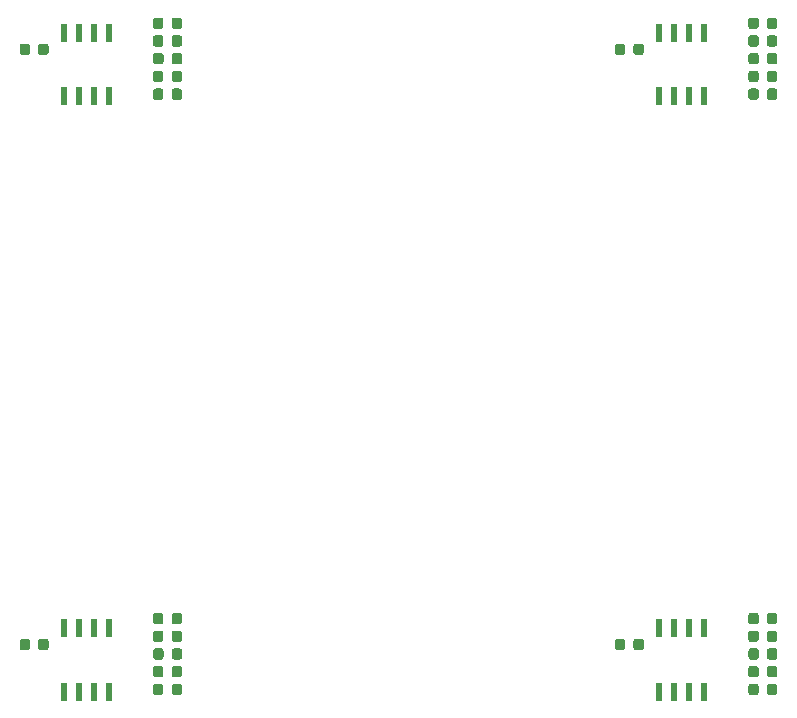
<source format=gbp>
%MOIN*%
%OFA0B0*%
%FSLAX46Y46*%
%IPPOS*%
%LPD*%
%ADD10C,0.0039370078740157488*%
%ADD11C,0.034448818897637797*%
%ADD12R,0.023622047244094488X0.0610236220472441*%
%ADD23C,0.0039370078740157488*%
%ADD24C,0.034448818897637797*%
%ADD25R,0.023622047244094488X0.0610236220472441*%
%ADD26C,0.0039370078740157488*%
%ADD27C,0.034448818897637797*%
%ADD28R,0.023622047244094488X0.0610236220472441*%
%ADD29C,0.0039370078740157488*%
%ADD30C,0.034448818897637797*%
%ADD31R,0.023622047244094488X0.0610236220472441*%
G01*
D10*
G36*
X0000532586Y0000302123D02*
X0000533422Y0000301999D01*
X0000534242Y0000301794D01*
X0000535037Y0000301509D01*
X0000535801Y0000301148D01*
X0000536526Y0000300713D01*
X0000537205Y0000300210D01*
X0000537831Y0000299642D01*
X0000538399Y0000299016D01*
X0000538902Y0000298337D01*
X0000539337Y0000297612D01*
X0000539698Y0000296848D01*
X0000539983Y0000296053D01*
X0000540188Y0000295233D01*
X0000540312Y0000294397D01*
X0000540354Y0000293553D01*
X0000540354Y0000273375D01*
X0000540312Y0000272531D01*
X0000540188Y0000271695D01*
X0000539983Y0000270875D01*
X0000539698Y0000270080D01*
X0000539337Y0000269316D01*
X0000538902Y0000268591D01*
X0000538399Y0000267912D01*
X0000537831Y0000267286D01*
X0000537205Y0000266718D01*
X0000536526Y0000266215D01*
X0000535801Y0000265780D01*
X0000535037Y0000265419D01*
X0000534242Y0000265134D01*
X0000533422Y0000264929D01*
X0000532586Y0000264805D01*
X0000531742Y0000264763D01*
X0000514517Y0000264763D01*
X0000513673Y0000264805D01*
X0000512837Y0000264929D01*
X0000512017Y0000265134D01*
X0000511221Y0000265419D01*
X0000510457Y0000265780D01*
X0000509733Y0000266215D01*
X0000509054Y0000266718D01*
X0000508427Y0000267286D01*
X0000507860Y0000267912D01*
X0000507356Y0000268591D01*
X0000506922Y0000269316D01*
X0000506561Y0000270080D01*
X0000506276Y0000270875D01*
X0000506070Y0000271695D01*
X0000505946Y0000272531D01*
X0000505905Y0000273375D01*
X0000505905Y0000293553D01*
X0000505946Y0000294397D01*
X0000506070Y0000295233D01*
X0000506276Y0000296053D01*
X0000506561Y0000296848D01*
X0000506922Y0000297612D01*
X0000507356Y0000298337D01*
X0000507860Y0000299016D01*
X0000508427Y0000299642D01*
X0000509054Y0000300210D01*
X0000509733Y0000300713D01*
X0000510457Y0000301148D01*
X0000511221Y0000301509D01*
X0000512017Y0000301794D01*
X0000512837Y0000301999D01*
X0000513673Y0000302123D01*
X0000514517Y0000302165D01*
X0000531742Y0000302165D01*
X0000532586Y0000302123D01*
X0000532586Y0000302123D01*
G37*
D11*
X0000523129Y0000283464D03*
D10*
G36*
X0000470578Y0000302123D02*
X0000471414Y0000301999D01*
X0000472234Y0000301794D01*
X0000473029Y0000301509D01*
X0000473794Y0000301148D01*
X0000474518Y0000300713D01*
X0000475197Y0000300210D01*
X0000475824Y0000299642D01*
X0000476391Y0000299016D01*
X0000476895Y0000298337D01*
X0000477329Y0000297612D01*
X0000477690Y0000296848D01*
X0000477975Y0000296053D01*
X0000478180Y0000295233D01*
X0000478305Y0000294397D01*
X0000478346Y0000293553D01*
X0000478346Y0000273375D01*
X0000478305Y0000272531D01*
X0000478180Y0000271695D01*
X0000477975Y0000270875D01*
X0000477690Y0000270080D01*
X0000477329Y0000269316D01*
X0000476895Y0000268591D01*
X0000476391Y0000267912D01*
X0000475824Y0000267286D01*
X0000475197Y0000266718D01*
X0000474518Y0000266215D01*
X0000473794Y0000265780D01*
X0000473029Y0000265419D01*
X0000472234Y0000265134D01*
X0000471414Y0000264929D01*
X0000470578Y0000264805D01*
X0000469734Y0000264763D01*
X0000452509Y0000264763D01*
X0000451665Y0000264805D01*
X0000450829Y0000264929D01*
X0000450009Y0000265134D01*
X0000449214Y0000265419D01*
X0000448450Y0000265780D01*
X0000447725Y0000266215D01*
X0000447046Y0000266718D01*
X0000446420Y0000267286D01*
X0000445852Y0000267912D01*
X0000445349Y0000268591D01*
X0000444914Y0000269316D01*
X0000444553Y0000270080D01*
X0000444268Y0000270875D01*
X0000444063Y0000271695D01*
X0000443939Y0000272531D01*
X0000443897Y0000273375D01*
X0000443897Y0000293553D01*
X0000443939Y0000294397D01*
X0000444063Y0000295233D01*
X0000444268Y0000296053D01*
X0000444553Y0000296848D01*
X0000444914Y0000297612D01*
X0000445349Y0000298337D01*
X0000445852Y0000299016D01*
X0000446420Y0000299642D01*
X0000447046Y0000300210D01*
X0000447725Y0000300713D01*
X0000448450Y0000301148D01*
X0000449214Y0000301509D01*
X0000450009Y0000301794D01*
X0000450829Y0000301999D01*
X0000451665Y0000302123D01*
X0000452509Y0000302165D01*
X0000469734Y0000302165D01*
X0000470578Y0000302123D01*
X0000470578Y0000302123D01*
G37*
D11*
X0000461122Y0000283464D03*
D10*
G36*
X0000977960Y0000270627D02*
X0000978796Y0000270503D01*
X0000979616Y0000270298D01*
X0000980411Y0000270013D01*
X0000981175Y0000269652D01*
X0000981900Y0000269217D01*
X0000982579Y0000268714D01*
X0000983205Y0000268146D01*
X0000983773Y0000267520D01*
X0000984276Y0000266841D01*
X0000984711Y0000266116D01*
X0000985072Y0000265352D01*
X0000985357Y0000264557D01*
X0000985562Y0000263737D01*
X0000985686Y0000262901D01*
X0000985728Y0000262057D01*
X0000985728Y0000241879D01*
X0000985686Y0000241035D01*
X0000985562Y0000240199D01*
X0000985357Y0000239379D01*
X0000985072Y0000238584D01*
X0000984711Y0000237820D01*
X0000984276Y0000237095D01*
X0000983773Y0000236416D01*
X0000983205Y0000235790D01*
X0000982579Y0000235222D01*
X0000981900Y0000234719D01*
X0000981175Y0000234284D01*
X0000980411Y0000233923D01*
X0000979616Y0000233638D01*
X0000978796Y0000233433D01*
X0000977960Y0000233309D01*
X0000977116Y0000233267D01*
X0000959891Y0000233267D01*
X0000959047Y0000233309D01*
X0000958211Y0000233433D01*
X0000957391Y0000233638D01*
X0000956595Y0000233923D01*
X0000955831Y0000234284D01*
X0000955107Y0000234719D01*
X0000954428Y0000235222D01*
X0000953801Y0000235790D01*
X0000953234Y0000236416D01*
X0000952730Y0000237095D01*
X0000952296Y0000237820D01*
X0000951935Y0000238584D01*
X0000951650Y0000239379D01*
X0000951445Y0000240199D01*
X0000951320Y0000241035D01*
X0000951279Y0000241879D01*
X0000951279Y0000262057D01*
X0000951320Y0000262901D01*
X0000951445Y0000263737D01*
X0000951650Y0000264557D01*
X0000951935Y0000265352D01*
X0000952296Y0000266116D01*
X0000952730Y0000266841D01*
X0000953234Y0000267520D01*
X0000953801Y0000268146D01*
X0000954428Y0000268714D01*
X0000955107Y0000269217D01*
X0000955831Y0000269652D01*
X0000956595Y0000270013D01*
X0000957391Y0000270298D01*
X0000958211Y0000270503D01*
X0000959047Y0000270627D01*
X0000959891Y0000270669D01*
X0000977116Y0000270669D01*
X0000977960Y0000270627D01*
X0000977960Y0000270627D01*
G37*
D11*
X0000968503Y0000251968D03*
D10*
G36*
X0000915952Y0000270627D02*
X0000916788Y0000270503D01*
X0000917608Y0000270298D01*
X0000918403Y0000270013D01*
X0000919168Y0000269652D01*
X0000919892Y0000269217D01*
X0000920571Y0000268714D01*
X0000921197Y0000268146D01*
X0000921765Y0000267520D01*
X0000922269Y0000266841D01*
X0000922703Y0000266116D01*
X0000923064Y0000265352D01*
X0000923349Y0000264557D01*
X0000923554Y0000263737D01*
X0000923678Y0000262901D01*
X0000923720Y0000262057D01*
X0000923720Y0000241879D01*
X0000923678Y0000241035D01*
X0000923554Y0000240199D01*
X0000923349Y0000239379D01*
X0000923064Y0000238584D01*
X0000922703Y0000237820D01*
X0000922269Y0000237095D01*
X0000921765Y0000236416D01*
X0000921197Y0000235790D01*
X0000920571Y0000235222D01*
X0000919892Y0000234719D01*
X0000919168Y0000234284D01*
X0000918403Y0000233923D01*
X0000917608Y0000233638D01*
X0000916788Y0000233433D01*
X0000915952Y0000233309D01*
X0000915108Y0000233267D01*
X0000897883Y0000233267D01*
X0000897039Y0000233309D01*
X0000896203Y0000233433D01*
X0000895383Y0000233638D01*
X0000894588Y0000233923D01*
X0000893824Y0000234284D01*
X0000893099Y0000234719D01*
X0000892420Y0000235222D01*
X0000891794Y0000235790D01*
X0000891226Y0000236416D01*
X0000890723Y0000237095D01*
X0000890288Y0000237820D01*
X0000889927Y0000238584D01*
X0000889642Y0000239379D01*
X0000889437Y0000240199D01*
X0000889313Y0000241035D01*
X0000889271Y0000241879D01*
X0000889271Y0000262057D01*
X0000889313Y0000262901D01*
X0000889437Y0000263737D01*
X0000889642Y0000264557D01*
X0000889927Y0000265352D01*
X0000890288Y0000266116D01*
X0000890723Y0000266841D01*
X0000891226Y0000267520D01*
X0000891794Y0000268146D01*
X0000892420Y0000268714D01*
X0000893099Y0000269217D01*
X0000893824Y0000269652D01*
X0000894588Y0000270013D01*
X0000895383Y0000270298D01*
X0000896203Y0000270503D01*
X0000897039Y0000270627D01*
X0000897883Y0000270669D01*
X0000915108Y0000270669D01*
X0000915952Y0000270627D01*
X0000915952Y0000270627D01*
G37*
D11*
X0000906496Y0000251968D03*
D10*
G36*
X0000977468Y0000211572D02*
X0000978304Y0000211448D01*
X0000979124Y0000211243D01*
X0000979919Y0000210958D01*
X0000980683Y0000210597D01*
X0000981408Y0000210162D01*
X0000982087Y0000209659D01*
X0000982713Y0000209091D01*
X0000983281Y0000208465D01*
X0000983784Y0000207786D01*
X0000984219Y0000207061D01*
X0000984580Y0000206297D01*
X0000984865Y0000205501D01*
X0000985070Y0000204682D01*
X0000985194Y0000203846D01*
X0000985236Y0000203001D01*
X0000985236Y0000182824D01*
X0000985194Y0000181980D01*
X0000985070Y0000181144D01*
X0000984865Y0000180324D01*
X0000984580Y0000179529D01*
X0000984219Y0000178765D01*
X0000983784Y0000178040D01*
X0000983281Y0000177361D01*
X0000982713Y0000176735D01*
X0000982087Y0000176167D01*
X0000981408Y0000175664D01*
X0000980683Y0000175229D01*
X0000979919Y0000174868D01*
X0000979124Y0000174583D01*
X0000978304Y0000174378D01*
X0000977468Y0000174254D01*
X0000976624Y0000174212D01*
X0000959399Y0000174212D01*
X0000958555Y0000174254D01*
X0000957719Y0000174378D01*
X0000956899Y0000174583D01*
X0000956103Y0000174868D01*
X0000955339Y0000175229D01*
X0000954614Y0000175664D01*
X0000953936Y0000176167D01*
X0000953309Y0000176735D01*
X0000952742Y0000177361D01*
X0000952238Y0000178040D01*
X0000951804Y0000178765D01*
X0000951442Y0000179529D01*
X0000951158Y0000180324D01*
X0000950952Y0000181144D01*
X0000950828Y0000181980D01*
X0000950787Y0000182824D01*
X0000950787Y0000203001D01*
X0000950828Y0000203846D01*
X0000950952Y0000204682D01*
X0000951158Y0000205501D01*
X0000951442Y0000206297D01*
X0000951804Y0000207061D01*
X0000952238Y0000207786D01*
X0000952742Y0000208465D01*
X0000953309Y0000209091D01*
X0000953936Y0000209659D01*
X0000954614Y0000210162D01*
X0000955339Y0000210597D01*
X0000956103Y0000210958D01*
X0000956899Y0000211243D01*
X0000957719Y0000211448D01*
X0000958555Y0000211572D01*
X0000959399Y0000211614D01*
X0000976624Y0000211614D01*
X0000977468Y0000211572D01*
X0000977468Y0000211572D01*
G37*
D11*
X0000968011Y0000192913D03*
D10*
G36*
X0000915460Y0000211572D02*
X0000916296Y0000211448D01*
X0000917116Y0000211243D01*
X0000917911Y0000210958D01*
X0000918675Y0000210597D01*
X0000919400Y0000210162D01*
X0000920079Y0000209659D01*
X0000920705Y0000209091D01*
X0000921273Y0000208465D01*
X0000921776Y0000207786D01*
X0000922211Y0000207061D01*
X0000922572Y0000206297D01*
X0000922857Y0000205501D01*
X0000923062Y0000204682D01*
X0000923186Y0000203846D01*
X0000923228Y0000203001D01*
X0000923228Y0000182824D01*
X0000923186Y0000181980D01*
X0000923062Y0000181144D01*
X0000922857Y0000180324D01*
X0000922572Y0000179529D01*
X0000922211Y0000178765D01*
X0000921776Y0000178040D01*
X0000921273Y0000177361D01*
X0000920705Y0000176735D01*
X0000920079Y0000176167D01*
X0000919400Y0000175664D01*
X0000918675Y0000175229D01*
X0000917911Y0000174868D01*
X0000917116Y0000174583D01*
X0000916296Y0000174378D01*
X0000915460Y0000174254D01*
X0000914616Y0000174212D01*
X0000897391Y0000174212D01*
X0000896547Y0000174254D01*
X0000895711Y0000174378D01*
X0000894891Y0000174583D01*
X0000894095Y0000174868D01*
X0000893331Y0000175229D01*
X0000892607Y0000175664D01*
X0000891928Y0000176167D01*
X0000891301Y0000176735D01*
X0000890734Y0000177361D01*
X0000890230Y0000178040D01*
X0000889796Y0000178765D01*
X0000889435Y0000179529D01*
X0000889150Y0000180324D01*
X0000888945Y0000181144D01*
X0000888820Y0000181980D01*
X0000888779Y0000182824D01*
X0000888779Y0000203001D01*
X0000888820Y0000203846D01*
X0000888945Y0000204682D01*
X0000889150Y0000205501D01*
X0000889435Y0000206297D01*
X0000889796Y0000207061D01*
X0000890230Y0000207786D01*
X0000890734Y0000208465D01*
X0000891301Y0000209091D01*
X0000891928Y0000209659D01*
X0000892607Y0000210162D01*
X0000893331Y0000210597D01*
X0000894095Y0000210958D01*
X0000894891Y0000211243D01*
X0000895711Y0000211448D01*
X0000896547Y0000211572D01*
X0000897391Y0000211614D01*
X0000914616Y0000211614D01*
X0000915460Y0000211572D01*
X0000915460Y0000211572D01*
G37*
D11*
X0000906003Y0000192913D03*
D10*
G36*
X0000977468Y0000152517D02*
X0000978304Y0000152393D01*
X0000979124Y0000152188D01*
X0000979919Y0000151903D01*
X0000980683Y0000151542D01*
X0000981408Y0000151107D01*
X0000982087Y0000150604D01*
X0000982713Y0000150036D01*
X0000983281Y0000149410D01*
X0000983784Y0000148731D01*
X0000984219Y0000148006D01*
X0000984580Y0000147242D01*
X0000984865Y0000146446D01*
X0000985070Y0000145627D01*
X0000985194Y0000144790D01*
X0000985236Y0000143946D01*
X0000985236Y0000123769D01*
X0000985194Y0000122925D01*
X0000985070Y0000122089D01*
X0000984865Y0000121269D01*
X0000984580Y0000120473D01*
X0000984219Y0000119709D01*
X0000983784Y0000118985D01*
X0000983281Y0000118306D01*
X0000982713Y0000117679D01*
X0000982087Y0000117112D01*
X0000981408Y0000116608D01*
X0000980683Y0000116174D01*
X0000979919Y0000115812D01*
X0000979124Y0000115528D01*
X0000978304Y0000115322D01*
X0000977468Y0000115198D01*
X0000976624Y0000115157D01*
X0000959399Y0000115157D01*
X0000958555Y0000115198D01*
X0000957719Y0000115322D01*
X0000956899Y0000115528D01*
X0000956103Y0000115812D01*
X0000955339Y0000116174D01*
X0000954614Y0000116608D01*
X0000953936Y0000117112D01*
X0000953309Y0000117679D01*
X0000952742Y0000118306D01*
X0000952238Y0000118985D01*
X0000951804Y0000119709D01*
X0000951442Y0000120473D01*
X0000951158Y0000121269D01*
X0000950952Y0000122089D01*
X0000950828Y0000122925D01*
X0000950787Y0000123769D01*
X0000950787Y0000143946D01*
X0000950828Y0000144790D01*
X0000950952Y0000145627D01*
X0000951158Y0000146446D01*
X0000951442Y0000147242D01*
X0000951804Y0000148006D01*
X0000952238Y0000148731D01*
X0000952742Y0000149410D01*
X0000953309Y0000150036D01*
X0000953936Y0000150604D01*
X0000954614Y0000151107D01*
X0000955339Y0000151542D01*
X0000956103Y0000151903D01*
X0000956899Y0000152188D01*
X0000957719Y0000152393D01*
X0000958555Y0000152517D01*
X0000959399Y0000152559D01*
X0000976624Y0000152559D01*
X0000977468Y0000152517D01*
X0000977468Y0000152517D01*
G37*
D11*
X0000968011Y0000133858D03*
D10*
G36*
X0000915460Y0000152517D02*
X0000916296Y0000152393D01*
X0000917116Y0000152188D01*
X0000917911Y0000151903D01*
X0000918675Y0000151542D01*
X0000919400Y0000151107D01*
X0000920079Y0000150604D01*
X0000920705Y0000150036D01*
X0000921273Y0000149410D01*
X0000921776Y0000148731D01*
X0000922211Y0000148006D01*
X0000922572Y0000147242D01*
X0000922857Y0000146446D01*
X0000923062Y0000145627D01*
X0000923186Y0000144790D01*
X0000923228Y0000143946D01*
X0000923228Y0000123769D01*
X0000923186Y0000122925D01*
X0000923062Y0000122089D01*
X0000922857Y0000121269D01*
X0000922572Y0000120473D01*
X0000922211Y0000119709D01*
X0000921776Y0000118985D01*
X0000921273Y0000118306D01*
X0000920705Y0000117679D01*
X0000920079Y0000117112D01*
X0000919400Y0000116608D01*
X0000918675Y0000116174D01*
X0000917911Y0000115812D01*
X0000917116Y0000115528D01*
X0000916296Y0000115322D01*
X0000915460Y0000115198D01*
X0000914616Y0000115157D01*
X0000897391Y0000115157D01*
X0000896547Y0000115198D01*
X0000895711Y0000115322D01*
X0000894891Y0000115528D01*
X0000894095Y0000115812D01*
X0000893331Y0000116174D01*
X0000892607Y0000116608D01*
X0000891928Y0000117112D01*
X0000891301Y0000117679D01*
X0000890734Y0000118306D01*
X0000890230Y0000118985D01*
X0000889796Y0000119709D01*
X0000889435Y0000120473D01*
X0000889150Y0000121269D01*
X0000888945Y0000122089D01*
X0000888820Y0000122925D01*
X0000888779Y0000123769D01*
X0000888779Y0000143946D01*
X0000888820Y0000144790D01*
X0000888945Y0000145627D01*
X0000889150Y0000146446D01*
X0000889435Y0000147242D01*
X0000889796Y0000148006D01*
X0000890230Y0000148731D01*
X0000890734Y0000149410D01*
X0000891301Y0000150036D01*
X0000891928Y0000150604D01*
X0000892607Y0000151107D01*
X0000893331Y0000151542D01*
X0000894095Y0000151903D01*
X0000894891Y0000152188D01*
X0000895711Y0000152393D01*
X0000896547Y0000152517D01*
X0000897391Y0000152559D01*
X0000914616Y0000152559D01*
X0000915460Y0000152517D01*
X0000915460Y0000152517D01*
G37*
D11*
X0000906003Y0000133858D03*
D10*
G36*
X0000915460Y0000329682D02*
X0000916296Y0000329558D01*
X0000917116Y0000329353D01*
X0000917911Y0000329068D01*
X0000918675Y0000328707D01*
X0000919400Y0000328272D01*
X0000920079Y0000327769D01*
X0000920705Y0000327201D01*
X0000921273Y0000326575D01*
X0000921776Y0000325896D01*
X0000922211Y0000325171D01*
X0000922572Y0000324407D01*
X0000922857Y0000323612D01*
X0000923062Y0000322792D01*
X0000923186Y0000321956D01*
X0000923228Y0000321112D01*
X0000923228Y0000300935D01*
X0000923186Y0000300090D01*
X0000923062Y0000299254D01*
X0000922857Y0000298435D01*
X0000922572Y0000297639D01*
X0000922211Y0000296875D01*
X0000921776Y0000296150D01*
X0000921273Y0000295471D01*
X0000920705Y0000294845D01*
X0000920079Y0000294277D01*
X0000919400Y0000293774D01*
X0000918675Y0000293339D01*
X0000917911Y0000292978D01*
X0000917116Y0000292693D01*
X0000916296Y0000292488D01*
X0000915460Y0000292364D01*
X0000914616Y0000292322D01*
X0000897391Y0000292322D01*
X0000896547Y0000292364D01*
X0000895711Y0000292488D01*
X0000894891Y0000292693D01*
X0000894095Y0000292978D01*
X0000893331Y0000293339D01*
X0000892607Y0000293774D01*
X0000891928Y0000294277D01*
X0000891301Y0000294845D01*
X0000890734Y0000295471D01*
X0000890230Y0000296150D01*
X0000889796Y0000296875D01*
X0000889435Y0000297639D01*
X0000889150Y0000298435D01*
X0000888945Y0000299254D01*
X0000888820Y0000300090D01*
X0000888779Y0000300935D01*
X0000888779Y0000321112D01*
X0000888820Y0000321956D01*
X0000888945Y0000322792D01*
X0000889150Y0000323612D01*
X0000889435Y0000324407D01*
X0000889796Y0000325171D01*
X0000890230Y0000325896D01*
X0000890734Y0000326575D01*
X0000891301Y0000327201D01*
X0000891928Y0000327769D01*
X0000892607Y0000328272D01*
X0000893331Y0000328707D01*
X0000894095Y0000329068D01*
X0000894891Y0000329353D01*
X0000895711Y0000329558D01*
X0000896547Y0000329682D01*
X0000897391Y0000329724D01*
X0000914616Y0000329724D01*
X0000915460Y0000329682D01*
X0000915460Y0000329682D01*
G37*
D11*
X0000906003Y0000311023D03*
D10*
G36*
X0000977468Y0000329682D02*
X0000978304Y0000329558D01*
X0000979124Y0000329353D01*
X0000979919Y0000329068D01*
X0000980683Y0000328707D01*
X0000981408Y0000328272D01*
X0000982087Y0000327769D01*
X0000982713Y0000327201D01*
X0000983281Y0000326575D01*
X0000983784Y0000325896D01*
X0000984219Y0000325171D01*
X0000984580Y0000324407D01*
X0000984865Y0000323612D01*
X0000985070Y0000322792D01*
X0000985194Y0000321956D01*
X0000985236Y0000321112D01*
X0000985236Y0000300935D01*
X0000985194Y0000300090D01*
X0000985070Y0000299254D01*
X0000984865Y0000298435D01*
X0000984580Y0000297639D01*
X0000984219Y0000296875D01*
X0000983784Y0000296150D01*
X0000983281Y0000295471D01*
X0000982713Y0000294845D01*
X0000982087Y0000294277D01*
X0000981408Y0000293774D01*
X0000980683Y0000293339D01*
X0000979919Y0000292978D01*
X0000979124Y0000292693D01*
X0000978304Y0000292488D01*
X0000977468Y0000292364D01*
X0000976624Y0000292322D01*
X0000959399Y0000292322D01*
X0000958555Y0000292364D01*
X0000957719Y0000292488D01*
X0000956899Y0000292693D01*
X0000956103Y0000292978D01*
X0000955339Y0000293339D01*
X0000954614Y0000293774D01*
X0000953936Y0000294277D01*
X0000953309Y0000294845D01*
X0000952742Y0000295471D01*
X0000952238Y0000296150D01*
X0000951804Y0000296875D01*
X0000951442Y0000297639D01*
X0000951158Y0000298435D01*
X0000950952Y0000299254D01*
X0000950828Y0000300090D01*
X0000950787Y0000300935D01*
X0000950787Y0000321112D01*
X0000950828Y0000321956D01*
X0000950952Y0000322792D01*
X0000951158Y0000323612D01*
X0000951442Y0000324407D01*
X0000951804Y0000325171D01*
X0000952238Y0000325896D01*
X0000952742Y0000326575D01*
X0000953309Y0000327201D01*
X0000953936Y0000327769D01*
X0000954614Y0000328272D01*
X0000955339Y0000328707D01*
X0000956103Y0000329068D01*
X0000956899Y0000329353D01*
X0000957719Y0000329558D01*
X0000958555Y0000329682D01*
X0000959399Y0000329724D01*
X0000976624Y0000329724D01*
X0000977468Y0000329682D01*
X0000977468Y0000329682D01*
G37*
D11*
X0000968011Y0000311023D03*
D10*
G36*
X0000915460Y0000388738D02*
X0000916296Y0000388614D01*
X0000917116Y0000388408D01*
X0000917911Y0000388123D01*
X0000918675Y0000387762D01*
X0000919400Y0000387328D01*
X0000920079Y0000386824D01*
X0000920705Y0000386257D01*
X0000921273Y0000385630D01*
X0000921776Y0000384952D01*
X0000922211Y0000384227D01*
X0000922572Y0000383463D01*
X0000922857Y0000382667D01*
X0000923062Y0000381847D01*
X0000923186Y0000381011D01*
X0000923228Y0000380167D01*
X0000923228Y0000359990D01*
X0000923186Y0000359146D01*
X0000923062Y0000358309D01*
X0000922857Y0000357490D01*
X0000922572Y0000356694D01*
X0000922211Y0000355930D01*
X0000921776Y0000355205D01*
X0000921273Y0000354526D01*
X0000920705Y0000353900D01*
X0000920079Y0000353332D01*
X0000919400Y0000352829D01*
X0000918675Y0000352394D01*
X0000917911Y0000352033D01*
X0000917116Y0000351748D01*
X0000916296Y0000351543D01*
X0000915460Y0000351419D01*
X0000914616Y0000351377D01*
X0000897391Y0000351377D01*
X0000896547Y0000351419D01*
X0000895711Y0000351543D01*
X0000894891Y0000351748D01*
X0000894095Y0000352033D01*
X0000893331Y0000352394D01*
X0000892607Y0000352829D01*
X0000891928Y0000353332D01*
X0000891301Y0000353900D01*
X0000890734Y0000354526D01*
X0000890230Y0000355205D01*
X0000889796Y0000355930D01*
X0000889435Y0000356694D01*
X0000889150Y0000357490D01*
X0000888945Y0000358309D01*
X0000888820Y0000359146D01*
X0000888779Y0000359990D01*
X0000888779Y0000380167D01*
X0000888820Y0000381011D01*
X0000888945Y0000381847D01*
X0000889150Y0000382667D01*
X0000889435Y0000383463D01*
X0000889796Y0000384227D01*
X0000890230Y0000384952D01*
X0000890734Y0000385630D01*
X0000891301Y0000386257D01*
X0000891928Y0000386824D01*
X0000892607Y0000387328D01*
X0000893331Y0000387762D01*
X0000894095Y0000388123D01*
X0000894891Y0000388408D01*
X0000895711Y0000388614D01*
X0000896547Y0000388738D01*
X0000897391Y0000388779D01*
X0000914616Y0000388779D01*
X0000915460Y0000388738D01*
X0000915460Y0000388738D01*
G37*
D11*
X0000906003Y0000370078D03*
D10*
G36*
X0000977468Y0000388738D02*
X0000978304Y0000388614D01*
X0000979124Y0000388408D01*
X0000979919Y0000388123D01*
X0000980683Y0000387762D01*
X0000981408Y0000387328D01*
X0000982087Y0000386824D01*
X0000982713Y0000386257D01*
X0000983281Y0000385630D01*
X0000983784Y0000384952D01*
X0000984219Y0000384227D01*
X0000984580Y0000383463D01*
X0000984865Y0000382667D01*
X0000985070Y0000381847D01*
X0000985194Y0000381011D01*
X0000985236Y0000380167D01*
X0000985236Y0000359990D01*
X0000985194Y0000359146D01*
X0000985070Y0000358309D01*
X0000984865Y0000357490D01*
X0000984580Y0000356694D01*
X0000984219Y0000355930D01*
X0000983784Y0000355205D01*
X0000983281Y0000354526D01*
X0000982713Y0000353900D01*
X0000982087Y0000353332D01*
X0000981408Y0000352829D01*
X0000980683Y0000352394D01*
X0000979919Y0000352033D01*
X0000979124Y0000351748D01*
X0000978304Y0000351543D01*
X0000977468Y0000351419D01*
X0000976624Y0000351377D01*
X0000959399Y0000351377D01*
X0000958555Y0000351419D01*
X0000957719Y0000351543D01*
X0000956899Y0000351748D01*
X0000956103Y0000352033D01*
X0000955339Y0000352394D01*
X0000954614Y0000352829D01*
X0000953936Y0000353332D01*
X0000953309Y0000353900D01*
X0000952742Y0000354526D01*
X0000952238Y0000355205D01*
X0000951804Y0000355930D01*
X0000951442Y0000356694D01*
X0000951158Y0000357490D01*
X0000950952Y0000358309D01*
X0000950828Y0000359146D01*
X0000950787Y0000359990D01*
X0000950787Y0000380167D01*
X0000950828Y0000381011D01*
X0000950952Y0000381847D01*
X0000951158Y0000382667D01*
X0000951442Y0000383463D01*
X0000951804Y0000384227D01*
X0000952238Y0000384952D01*
X0000952742Y0000385630D01*
X0000953309Y0000386257D01*
X0000953936Y0000386824D01*
X0000954614Y0000387328D01*
X0000955339Y0000387762D01*
X0000956103Y0000388123D01*
X0000956899Y0000388408D01*
X0000957719Y0000388614D01*
X0000958555Y0000388738D01*
X0000959399Y0000388779D01*
X0000976624Y0000388779D01*
X0000977468Y0000388738D01*
X0000977468Y0000388738D01*
G37*
D11*
X0000968011Y0000370078D03*
D12*
X0000590354Y0000338582D03*
X0000640354Y0000338582D03*
X0000690354Y0000338582D03*
X0000740354Y0000338582D03*
X0000740354Y0000125984D03*
X0000690354Y0000125984D03*
X0000640354Y0000125984D03*
X0000590354Y0000125984D03*
G04 next file*
G04 #@! TF.GenerationSoftware,KiCad,Pcbnew,(5.0.2)-1*
G04 #@! TF.CreationDate,2019-01-19T12:13:54+11:00*
G04 #@! TF.ProjectId,WarGames_SAO,57617247-616d-4657-935f-53414f2e6b69,rev?*
G04 #@! TF.SameCoordinates,Original*
G04 #@! TF.FileFunction,Paste,Bot*
G04 #@! TF.FilePolarity,Positive*
G04 Gerber Fmt 4.6, Leading zero omitted, Abs format (unit mm)*
G04 Created by KiCad (PCBNEW (5.0.2)-1) date 19/01/2019 12:13:54*
G01*
G04 APERTURE LIST*
G04 APERTURE END LIST*
D23*
G04 #@! TO.C,C1*
G36*
X0002516838Y0000302123D02*
X0002517674Y0000301999D01*
X0002518494Y0000301794D01*
X0002519289Y0000301509D01*
X0002520053Y0000301148D01*
X0002520778Y0000300713D01*
X0002521457Y0000300210D01*
X0002522083Y0000299642D01*
X0002522651Y0000299016D01*
X0002523154Y0000298337D01*
X0002523589Y0000297612D01*
X0002523950Y0000296848D01*
X0002524235Y0000296053D01*
X0002524440Y0000295233D01*
X0002524564Y0000294397D01*
X0002524606Y0000293553D01*
X0002524606Y0000273375D01*
X0002524564Y0000272531D01*
X0002524440Y0000271695D01*
X0002524235Y0000270875D01*
X0002523950Y0000270080D01*
X0002523589Y0000269316D01*
X0002523154Y0000268591D01*
X0002522651Y0000267912D01*
X0002522083Y0000267286D01*
X0002521457Y0000266718D01*
X0002520778Y0000266215D01*
X0002520053Y0000265780D01*
X0002519289Y0000265419D01*
X0002518494Y0000265134D01*
X0002517674Y0000264929D01*
X0002516838Y0000264805D01*
X0002515994Y0000264763D01*
X0002498769Y0000264763D01*
X0002497925Y0000264805D01*
X0002497089Y0000264929D01*
X0002496269Y0000265134D01*
X0002495473Y0000265419D01*
X0002494709Y0000265780D01*
X0002493985Y0000266215D01*
X0002493306Y0000266718D01*
X0002492679Y0000267286D01*
X0002492112Y0000267912D01*
X0002491608Y0000268591D01*
X0002491174Y0000269316D01*
X0002490813Y0000270080D01*
X0002490528Y0000270875D01*
X0002490322Y0000271695D01*
X0002490198Y0000272531D01*
X0002490157Y0000273375D01*
X0002490157Y0000293553D01*
X0002490198Y0000294397D01*
X0002490322Y0000295233D01*
X0002490528Y0000296053D01*
X0002490813Y0000296848D01*
X0002491174Y0000297612D01*
X0002491608Y0000298337D01*
X0002492112Y0000299016D01*
X0002492679Y0000299642D01*
X0002493306Y0000300210D01*
X0002493985Y0000300713D01*
X0002494709Y0000301148D01*
X0002495473Y0000301509D01*
X0002496269Y0000301794D01*
X0002497089Y0000301999D01*
X0002497925Y0000302123D01*
X0002498769Y0000302165D01*
X0002515994Y0000302165D01*
X0002516838Y0000302123D01*
X0002516838Y0000302123D01*
G37*
D24*
X0002507381Y0000283464D03*
D23*
G36*
X0002454830Y0000302123D02*
X0002455666Y0000301999D01*
X0002456486Y0000301794D01*
X0002457282Y0000301509D01*
X0002458046Y0000301148D01*
X0002458770Y0000300713D01*
X0002459449Y0000300210D01*
X0002460076Y0000299642D01*
X0002460643Y0000299016D01*
X0002461147Y0000298337D01*
X0002461581Y0000297612D01*
X0002461942Y0000296848D01*
X0002462227Y0000296053D01*
X0002462432Y0000295233D01*
X0002462557Y0000294397D01*
X0002462598Y0000293553D01*
X0002462598Y0000273375D01*
X0002462557Y0000272531D01*
X0002462432Y0000271695D01*
X0002462227Y0000270875D01*
X0002461942Y0000270080D01*
X0002461581Y0000269316D01*
X0002461147Y0000268591D01*
X0002460643Y0000267912D01*
X0002460076Y0000267286D01*
X0002459449Y0000266718D01*
X0002458770Y0000266215D01*
X0002458046Y0000265780D01*
X0002457282Y0000265419D01*
X0002456486Y0000265134D01*
X0002455666Y0000264929D01*
X0002454830Y0000264805D01*
X0002453986Y0000264763D01*
X0002436761Y0000264763D01*
X0002435917Y0000264805D01*
X0002435081Y0000264929D01*
X0002434261Y0000265134D01*
X0002433466Y0000265419D01*
X0002432702Y0000265780D01*
X0002431977Y0000266215D01*
X0002431298Y0000266718D01*
X0002430672Y0000267286D01*
X0002430104Y0000267912D01*
X0002429601Y0000268591D01*
X0002429166Y0000269316D01*
X0002428805Y0000270080D01*
X0002428520Y0000270875D01*
X0002428315Y0000271695D01*
X0002428191Y0000272531D01*
X0002428149Y0000273375D01*
X0002428149Y0000293553D01*
X0002428191Y0000294397D01*
X0002428315Y0000295233D01*
X0002428520Y0000296053D01*
X0002428805Y0000296848D01*
X0002429166Y0000297612D01*
X0002429601Y0000298337D01*
X0002430104Y0000299016D01*
X0002430672Y0000299642D01*
X0002431298Y0000300210D01*
X0002431977Y0000300713D01*
X0002432702Y0000301148D01*
X0002433466Y0000301509D01*
X0002434261Y0000301794D01*
X0002435081Y0000301999D01*
X0002435917Y0000302123D01*
X0002436761Y0000302165D01*
X0002453986Y0000302165D01*
X0002454830Y0000302123D01*
X0002454830Y0000302123D01*
G37*
D24*
X0002445374Y0000283464D03*
G04 #@! TD*
D23*
G04 #@! TO.C,R1*
G36*
X0002962212Y0000270627D02*
X0002963048Y0000270503D01*
X0002963868Y0000270298D01*
X0002964663Y0000270013D01*
X0002965427Y0000269652D01*
X0002966152Y0000269217D01*
X0002966831Y0000268714D01*
X0002967457Y0000268146D01*
X0002968025Y0000267520D01*
X0002968528Y0000266841D01*
X0002968963Y0000266116D01*
X0002969324Y0000265352D01*
X0002969609Y0000264557D01*
X0002969814Y0000263737D01*
X0002969938Y0000262901D01*
X0002969980Y0000262057D01*
X0002969980Y0000241879D01*
X0002969938Y0000241035D01*
X0002969814Y0000240199D01*
X0002969609Y0000239379D01*
X0002969324Y0000238584D01*
X0002968963Y0000237820D01*
X0002968528Y0000237095D01*
X0002968025Y0000236416D01*
X0002967457Y0000235790D01*
X0002966831Y0000235222D01*
X0002966152Y0000234719D01*
X0002965427Y0000234284D01*
X0002964663Y0000233923D01*
X0002963868Y0000233638D01*
X0002963048Y0000233433D01*
X0002962212Y0000233309D01*
X0002961368Y0000233267D01*
X0002944143Y0000233267D01*
X0002943299Y0000233309D01*
X0002942463Y0000233433D01*
X0002941643Y0000233638D01*
X0002940847Y0000233923D01*
X0002940083Y0000234284D01*
X0002939359Y0000234719D01*
X0002938680Y0000235222D01*
X0002938053Y0000235790D01*
X0002937486Y0000236416D01*
X0002936982Y0000237095D01*
X0002936548Y0000237820D01*
X0002936187Y0000238584D01*
X0002935902Y0000239379D01*
X0002935697Y0000240199D01*
X0002935572Y0000241035D01*
X0002935531Y0000241879D01*
X0002935531Y0000262057D01*
X0002935572Y0000262901D01*
X0002935697Y0000263737D01*
X0002935902Y0000264557D01*
X0002936187Y0000265352D01*
X0002936548Y0000266116D01*
X0002936982Y0000266841D01*
X0002937486Y0000267520D01*
X0002938053Y0000268146D01*
X0002938680Y0000268714D01*
X0002939359Y0000269217D01*
X0002940083Y0000269652D01*
X0002940847Y0000270013D01*
X0002941643Y0000270298D01*
X0002942463Y0000270503D01*
X0002943299Y0000270627D01*
X0002944143Y0000270669D01*
X0002961368Y0000270669D01*
X0002962212Y0000270627D01*
X0002962212Y0000270627D01*
G37*
D24*
X0002952755Y0000251968D03*
D23*
G36*
X0002900204Y0000270627D02*
X0002901040Y0000270503D01*
X0002901860Y0000270298D01*
X0002902656Y0000270013D01*
X0002903420Y0000269652D01*
X0002904144Y0000269217D01*
X0002904823Y0000268714D01*
X0002905450Y0000268146D01*
X0002906017Y0000267520D01*
X0002906521Y0000266841D01*
X0002906955Y0000266116D01*
X0002907316Y0000265352D01*
X0002907601Y0000264557D01*
X0002907807Y0000263737D01*
X0002907931Y0000262901D01*
X0002907972Y0000262057D01*
X0002907972Y0000241879D01*
X0002907931Y0000241035D01*
X0002907807Y0000240199D01*
X0002907601Y0000239379D01*
X0002907316Y0000238584D01*
X0002906955Y0000237820D01*
X0002906521Y0000237095D01*
X0002906017Y0000236416D01*
X0002905450Y0000235790D01*
X0002904823Y0000235222D01*
X0002904144Y0000234719D01*
X0002903420Y0000234284D01*
X0002902656Y0000233923D01*
X0002901860Y0000233638D01*
X0002901040Y0000233433D01*
X0002900204Y0000233309D01*
X0002899360Y0000233267D01*
X0002882135Y0000233267D01*
X0002881291Y0000233309D01*
X0002880455Y0000233433D01*
X0002879635Y0000233638D01*
X0002878840Y0000233923D01*
X0002878076Y0000234284D01*
X0002877351Y0000234719D01*
X0002876672Y0000235222D01*
X0002876046Y0000235790D01*
X0002875478Y0000236416D01*
X0002874975Y0000237095D01*
X0002874540Y0000237820D01*
X0002874179Y0000238584D01*
X0002873894Y0000239379D01*
X0002873689Y0000240199D01*
X0002873565Y0000241035D01*
X0002873523Y0000241879D01*
X0002873523Y0000262057D01*
X0002873565Y0000262901D01*
X0002873689Y0000263737D01*
X0002873894Y0000264557D01*
X0002874179Y0000265352D01*
X0002874540Y0000266116D01*
X0002874975Y0000266841D01*
X0002875478Y0000267520D01*
X0002876046Y0000268146D01*
X0002876672Y0000268714D01*
X0002877351Y0000269217D01*
X0002878076Y0000269652D01*
X0002878840Y0000270013D01*
X0002879635Y0000270298D01*
X0002880455Y0000270503D01*
X0002881291Y0000270627D01*
X0002882135Y0000270669D01*
X0002899360Y0000270669D01*
X0002900204Y0000270627D01*
X0002900204Y0000270627D01*
G37*
D24*
X0002890748Y0000251968D03*
G04 #@! TD*
D23*
G04 #@! TO.C,R2*
G36*
X0002961720Y0000211572D02*
X0002962556Y0000211448D01*
X0002963376Y0000211243D01*
X0002964171Y0000210958D01*
X0002964935Y0000210597D01*
X0002965660Y0000210162D01*
X0002966339Y0000209659D01*
X0002966965Y0000209091D01*
X0002967533Y0000208465D01*
X0002968036Y0000207786D01*
X0002968471Y0000207061D01*
X0002968832Y0000206297D01*
X0002969117Y0000205501D01*
X0002969322Y0000204682D01*
X0002969446Y0000203846D01*
X0002969488Y0000203001D01*
X0002969488Y0000182824D01*
X0002969446Y0000181980D01*
X0002969322Y0000181144D01*
X0002969117Y0000180324D01*
X0002968832Y0000179529D01*
X0002968471Y0000178765D01*
X0002968036Y0000178040D01*
X0002967533Y0000177361D01*
X0002966965Y0000176735D01*
X0002966339Y0000176167D01*
X0002965660Y0000175664D01*
X0002964935Y0000175229D01*
X0002964171Y0000174868D01*
X0002963376Y0000174583D01*
X0002962556Y0000174378D01*
X0002961720Y0000174254D01*
X0002960876Y0000174212D01*
X0002943651Y0000174212D01*
X0002942807Y0000174254D01*
X0002941971Y0000174378D01*
X0002941151Y0000174583D01*
X0002940355Y0000174868D01*
X0002939591Y0000175229D01*
X0002938866Y0000175664D01*
X0002938188Y0000176167D01*
X0002937561Y0000176735D01*
X0002936994Y0000177361D01*
X0002936490Y0000178040D01*
X0002936056Y0000178765D01*
X0002935694Y0000179529D01*
X0002935410Y0000180324D01*
X0002935204Y0000181144D01*
X0002935080Y0000181980D01*
X0002935039Y0000182824D01*
X0002935039Y0000203001D01*
X0002935080Y0000203846D01*
X0002935204Y0000204682D01*
X0002935410Y0000205501D01*
X0002935694Y0000206297D01*
X0002936056Y0000207061D01*
X0002936490Y0000207786D01*
X0002936994Y0000208465D01*
X0002937561Y0000209091D01*
X0002938188Y0000209659D01*
X0002938866Y0000210162D01*
X0002939591Y0000210597D01*
X0002940355Y0000210958D01*
X0002941151Y0000211243D01*
X0002941971Y0000211448D01*
X0002942807Y0000211572D01*
X0002943651Y0000211614D01*
X0002960876Y0000211614D01*
X0002961720Y0000211572D01*
X0002961720Y0000211572D01*
G37*
D24*
X0002952263Y0000192913D03*
D23*
G36*
X0002899712Y0000211572D02*
X0002900548Y0000211448D01*
X0002901368Y0000211243D01*
X0002902163Y0000210958D01*
X0002902927Y0000210597D01*
X0002903652Y0000210162D01*
X0002904331Y0000209659D01*
X0002904957Y0000209091D01*
X0002905525Y0000208465D01*
X0002906028Y0000207786D01*
X0002906463Y0000207061D01*
X0002906824Y0000206297D01*
X0002907109Y0000205501D01*
X0002907314Y0000204682D01*
X0002907438Y0000203846D01*
X0002907480Y0000203001D01*
X0002907480Y0000182824D01*
X0002907438Y0000181980D01*
X0002907314Y0000181144D01*
X0002907109Y0000180324D01*
X0002906824Y0000179529D01*
X0002906463Y0000178765D01*
X0002906028Y0000178040D01*
X0002905525Y0000177361D01*
X0002904957Y0000176735D01*
X0002904331Y0000176167D01*
X0002903652Y0000175664D01*
X0002902927Y0000175229D01*
X0002902163Y0000174868D01*
X0002901368Y0000174583D01*
X0002900548Y0000174378D01*
X0002899712Y0000174254D01*
X0002898868Y0000174212D01*
X0002881643Y0000174212D01*
X0002880799Y0000174254D01*
X0002879963Y0000174378D01*
X0002879143Y0000174583D01*
X0002878347Y0000174868D01*
X0002877583Y0000175229D01*
X0002876859Y0000175664D01*
X0002876180Y0000176167D01*
X0002875553Y0000176735D01*
X0002874986Y0000177361D01*
X0002874482Y0000178040D01*
X0002874048Y0000178765D01*
X0002873687Y0000179529D01*
X0002873402Y0000180324D01*
X0002873197Y0000181144D01*
X0002873072Y0000181980D01*
X0002873031Y0000182824D01*
X0002873031Y0000203001D01*
X0002873072Y0000203846D01*
X0002873197Y0000204682D01*
X0002873402Y0000205501D01*
X0002873687Y0000206297D01*
X0002874048Y0000207061D01*
X0002874482Y0000207786D01*
X0002874986Y0000208465D01*
X0002875553Y0000209091D01*
X0002876180Y0000209659D01*
X0002876859Y0000210162D01*
X0002877583Y0000210597D01*
X0002878347Y0000210958D01*
X0002879143Y0000211243D01*
X0002879963Y0000211448D01*
X0002880799Y0000211572D01*
X0002881643Y0000211614D01*
X0002898868Y0000211614D01*
X0002899712Y0000211572D01*
X0002899712Y0000211572D01*
G37*
D24*
X0002890255Y0000192913D03*
G04 #@! TD*
D23*
G04 #@! TO.C,R3*
G36*
X0002961720Y0000152517D02*
X0002962556Y0000152393D01*
X0002963376Y0000152188D01*
X0002964171Y0000151903D01*
X0002964935Y0000151542D01*
X0002965660Y0000151107D01*
X0002966339Y0000150604D01*
X0002966965Y0000150036D01*
X0002967533Y0000149410D01*
X0002968036Y0000148731D01*
X0002968471Y0000148006D01*
X0002968832Y0000147242D01*
X0002969117Y0000146446D01*
X0002969322Y0000145627D01*
X0002969446Y0000144790D01*
X0002969488Y0000143946D01*
X0002969488Y0000123769D01*
X0002969446Y0000122925D01*
X0002969322Y0000122089D01*
X0002969117Y0000121269D01*
X0002968832Y0000120473D01*
X0002968471Y0000119709D01*
X0002968036Y0000118985D01*
X0002967533Y0000118306D01*
X0002966965Y0000117679D01*
X0002966339Y0000117112D01*
X0002965660Y0000116608D01*
X0002964935Y0000116174D01*
X0002964171Y0000115812D01*
X0002963376Y0000115528D01*
X0002962556Y0000115322D01*
X0002961720Y0000115198D01*
X0002960876Y0000115157D01*
X0002943651Y0000115157D01*
X0002942807Y0000115198D01*
X0002941971Y0000115322D01*
X0002941151Y0000115528D01*
X0002940355Y0000115812D01*
X0002939591Y0000116174D01*
X0002938866Y0000116608D01*
X0002938188Y0000117112D01*
X0002937561Y0000117679D01*
X0002936994Y0000118306D01*
X0002936490Y0000118985D01*
X0002936056Y0000119709D01*
X0002935694Y0000120473D01*
X0002935410Y0000121269D01*
X0002935204Y0000122089D01*
X0002935080Y0000122925D01*
X0002935039Y0000123769D01*
X0002935039Y0000143946D01*
X0002935080Y0000144790D01*
X0002935204Y0000145627D01*
X0002935410Y0000146446D01*
X0002935694Y0000147242D01*
X0002936056Y0000148006D01*
X0002936490Y0000148731D01*
X0002936994Y0000149410D01*
X0002937561Y0000150036D01*
X0002938188Y0000150604D01*
X0002938866Y0000151107D01*
X0002939591Y0000151542D01*
X0002940355Y0000151903D01*
X0002941151Y0000152188D01*
X0002941971Y0000152393D01*
X0002942807Y0000152517D01*
X0002943651Y0000152559D01*
X0002960876Y0000152559D01*
X0002961720Y0000152517D01*
X0002961720Y0000152517D01*
G37*
D24*
X0002952263Y0000133858D03*
D23*
G36*
X0002899712Y0000152517D02*
X0002900548Y0000152393D01*
X0002901368Y0000152188D01*
X0002902163Y0000151903D01*
X0002902927Y0000151542D01*
X0002903652Y0000151107D01*
X0002904331Y0000150604D01*
X0002904957Y0000150036D01*
X0002905525Y0000149410D01*
X0002906028Y0000148731D01*
X0002906463Y0000148006D01*
X0002906824Y0000147242D01*
X0002907109Y0000146446D01*
X0002907314Y0000145627D01*
X0002907438Y0000144790D01*
X0002907480Y0000143946D01*
X0002907480Y0000123769D01*
X0002907438Y0000122925D01*
X0002907314Y0000122089D01*
X0002907109Y0000121269D01*
X0002906824Y0000120473D01*
X0002906463Y0000119709D01*
X0002906028Y0000118985D01*
X0002905525Y0000118306D01*
X0002904957Y0000117679D01*
X0002904331Y0000117112D01*
X0002903652Y0000116608D01*
X0002902927Y0000116174D01*
X0002902163Y0000115812D01*
X0002901368Y0000115528D01*
X0002900548Y0000115322D01*
X0002899712Y0000115198D01*
X0002898868Y0000115157D01*
X0002881643Y0000115157D01*
X0002880799Y0000115198D01*
X0002879963Y0000115322D01*
X0002879143Y0000115528D01*
X0002878347Y0000115812D01*
X0002877583Y0000116174D01*
X0002876859Y0000116608D01*
X0002876180Y0000117112D01*
X0002875553Y0000117679D01*
X0002874986Y0000118306D01*
X0002874482Y0000118985D01*
X0002874048Y0000119709D01*
X0002873687Y0000120473D01*
X0002873402Y0000121269D01*
X0002873197Y0000122089D01*
X0002873072Y0000122925D01*
X0002873031Y0000123769D01*
X0002873031Y0000143946D01*
X0002873072Y0000144790D01*
X0002873197Y0000145627D01*
X0002873402Y0000146446D01*
X0002873687Y0000147242D01*
X0002874048Y0000148006D01*
X0002874482Y0000148731D01*
X0002874986Y0000149410D01*
X0002875553Y0000150036D01*
X0002876180Y0000150604D01*
X0002876859Y0000151107D01*
X0002877583Y0000151542D01*
X0002878347Y0000151903D01*
X0002879143Y0000152188D01*
X0002879963Y0000152393D01*
X0002880799Y0000152517D01*
X0002881643Y0000152559D01*
X0002898868Y0000152559D01*
X0002899712Y0000152517D01*
X0002899712Y0000152517D01*
G37*
D24*
X0002890255Y0000133858D03*
G04 #@! TD*
D23*
G04 #@! TO.C,R4*
G36*
X0002899712Y0000329682D02*
X0002900548Y0000329558D01*
X0002901368Y0000329353D01*
X0002902163Y0000329068D01*
X0002902927Y0000328707D01*
X0002903652Y0000328272D01*
X0002904331Y0000327769D01*
X0002904957Y0000327201D01*
X0002905525Y0000326575D01*
X0002906028Y0000325896D01*
X0002906463Y0000325171D01*
X0002906824Y0000324407D01*
X0002907109Y0000323612D01*
X0002907314Y0000322792D01*
X0002907438Y0000321956D01*
X0002907480Y0000321112D01*
X0002907480Y0000300935D01*
X0002907438Y0000300090D01*
X0002907314Y0000299254D01*
X0002907109Y0000298435D01*
X0002906824Y0000297639D01*
X0002906463Y0000296875D01*
X0002906028Y0000296150D01*
X0002905525Y0000295471D01*
X0002904957Y0000294845D01*
X0002904331Y0000294277D01*
X0002903652Y0000293774D01*
X0002902927Y0000293339D01*
X0002902163Y0000292978D01*
X0002901368Y0000292693D01*
X0002900548Y0000292488D01*
X0002899712Y0000292364D01*
X0002898868Y0000292322D01*
X0002881643Y0000292322D01*
X0002880799Y0000292364D01*
X0002879963Y0000292488D01*
X0002879143Y0000292693D01*
X0002878347Y0000292978D01*
X0002877583Y0000293339D01*
X0002876859Y0000293774D01*
X0002876180Y0000294277D01*
X0002875553Y0000294845D01*
X0002874986Y0000295471D01*
X0002874482Y0000296150D01*
X0002874048Y0000296875D01*
X0002873687Y0000297639D01*
X0002873402Y0000298435D01*
X0002873197Y0000299254D01*
X0002873072Y0000300090D01*
X0002873031Y0000300935D01*
X0002873031Y0000321112D01*
X0002873072Y0000321956D01*
X0002873197Y0000322792D01*
X0002873402Y0000323612D01*
X0002873687Y0000324407D01*
X0002874048Y0000325171D01*
X0002874482Y0000325896D01*
X0002874986Y0000326575D01*
X0002875553Y0000327201D01*
X0002876180Y0000327769D01*
X0002876859Y0000328272D01*
X0002877583Y0000328707D01*
X0002878347Y0000329068D01*
X0002879143Y0000329353D01*
X0002879963Y0000329558D01*
X0002880799Y0000329682D01*
X0002881643Y0000329724D01*
X0002898868Y0000329724D01*
X0002899712Y0000329682D01*
X0002899712Y0000329682D01*
G37*
D24*
X0002890255Y0000311023D03*
D23*
G36*
X0002961720Y0000329682D02*
X0002962556Y0000329558D01*
X0002963376Y0000329353D01*
X0002964171Y0000329068D01*
X0002964935Y0000328707D01*
X0002965660Y0000328272D01*
X0002966339Y0000327769D01*
X0002966965Y0000327201D01*
X0002967533Y0000326575D01*
X0002968036Y0000325896D01*
X0002968471Y0000325171D01*
X0002968832Y0000324407D01*
X0002969117Y0000323612D01*
X0002969322Y0000322792D01*
X0002969446Y0000321956D01*
X0002969488Y0000321112D01*
X0002969488Y0000300935D01*
X0002969446Y0000300090D01*
X0002969322Y0000299254D01*
X0002969117Y0000298435D01*
X0002968832Y0000297639D01*
X0002968471Y0000296875D01*
X0002968036Y0000296150D01*
X0002967533Y0000295471D01*
X0002966965Y0000294845D01*
X0002966339Y0000294277D01*
X0002965660Y0000293774D01*
X0002964935Y0000293339D01*
X0002964171Y0000292978D01*
X0002963376Y0000292693D01*
X0002962556Y0000292488D01*
X0002961720Y0000292364D01*
X0002960876Y0000292322D01*
X0002943651Y0000292322D01*
X0002942807Y0000292364D01*
X0002941971Y0000292488D01*
X0002941151Y0000292693D01*
X0002940355Y0000292978D01*
X0002939591Y0000293339D01*
X0002938866Y0000293774D01*
X0002938188Y0000294277D01*
X0002937561Y0000294845D01*
X0002936994Y0000295471D01*
X0002936490Y0000296150D01*
X0002936056Y0000296875D01*
X0002935694Y0000297639D01*
X0002935410Y0000298435D01*
X0002935204Y0000299254D01*
X0002935080Y0000300090D01*
X0002935039Y0000300935D01*
X0002935039Y0000321112D01*
X0002935080Y0000321956D01*
X0002935204Y0000322792D01*
X0002935410Y0000323612D01*
X0002935694Y0000324407D01*
X0002936056Y0000325171D01*
X0002936490Y0000325896D01*
X0002936994Y0000326575D01*
X0002937561Y0000327201D01*
X0002938188Y0000327769D01*
X0002938866Y0000328272D01*
X0002939591Y0000328707D01*
X0002940355Y0000329068D01*
X0002941151Y0000329353D01*
X0002941971Y0000329558D01*
X0002942807Y0000329682D01*
X0002943651Y0000329724D01*
X0002960876Y0000329724D01*
X0002961720Y0000329682D01*
X0002961720Y0000329682D01*
G37*
D24*
X0002952263Y0000311023D03*
G04 #@! TD*
D23*
G04 #@! TO.C,R5*
G36*
X0002899712Y0000388738D02*
X0002900548Y0000388614D01*
X0002901368Y0000388408D01*
X0002902163Y0000388123D01*
X0002902927Y0000387762D01*
X0002903652Y0000387328D01*
X0002904331Y0000386824D01*
X0002904957Y0000386257D01*
X0002905525Y0000385630D01*
X0002906028Y0000384952D01*
X0002906463Y0000384227D01*
X0002906824Y0000383463D01*
X0002907109Y0000382667D01*
X0002907314Y0000381847D01*
X0002907438Y0000381011D01*
X0002907480Y0000380167D01*
X0002907480Y0000359990D01*
X0002907438Y0000359146D01*
X0002907314Y0000358309D01*
X0002907109Y0000357490D01*
X0002906824Y0000356694D01*
X0002906463Y0000355930D01*
X0002906028Y0000355205D01*
X0002905525Y0000354526D01*
X0002904957Y0000353900D01*
X0002904331Y0000353332D01*
X0002903652Y0000352829D01*
X0002902927Y0000352394D01*
X0002902163Y0000352033D01*
X0002901368Y0000351748D01*
X0002900548Y0000351543D01*
X0002899712Y0000351419D01*
X0002898868Y0000351377D01*
X0002881643Y0000351377D01*
X0002880799Y0000351419D01*
X0002879963Y0000351543D01*
X0002879143Y0000351748D01*
X0002878347Y0000352033D01*
X0002877583Y0000352394D01*
X0002876859Y0000352829D01*
X0002876180Y0000353332D01*
X0002875553Y0000353900D01*
X0002874986Y0000354526D01*
X0002874482Y0000355205D01*
X0002874048Y0000355930D01*
X0002873687Y0000356694D01*
X0002873402Y0000357490D01*
X0002873197Y0000358309D01*
X0002873072Y0000359146D01*
X0002873031Y0000359990D01*
X0002873031Y0000380167D01*
X0002873072Y0000381011D01*
X0002873197Y0000381847D01*
X0002873402Y0000382667D01*
X0002873687Y0000383463D01*
X0002874048Y0000384227D01*
X0002874482Y0000384952D01*
X0002874986Y0000385630D01*
X0002875553Y0000386257D01*
X0002876180Y0000386824D01*
X0002876859Y0000387328D01*
X0002877583Y0000387762D01*
X0002878347Y0000388123D01*
X0002879143Y0000388408D01*
X0002879963Y0000388614D01*
X0002880799Y0000388738D01*
X0002881643Y0000388779D01*
X0002898868Y0000388779D01*
X0002899712Y0000388738D01*
X0002899712Y0000388738D01*
G37*
D24*
X0002890255Y0000370078D03*
D23*
G36*
X0002961720Y0000388738D02*
X0002962556Y0000388614D01*
X0002963376Y0000388408D01*
X0002964171Y0000388123D01*
X0002964935Y0000387762D01*
X0002965660Y0000387328D01*
X0002966339Y0000386824D01*
X0002966965Y0000386257D01*
X0002967533Y0000385630D01*
X0002968036Y0000384952D01*
X0002968471Y0000384227D01*
X0002968832Y0000383463D01*
X0002969117Y0000382667D01*
X0002969322Y0000381847D01*
X0002969446Y0000381011D01*
X0002969488Y0000380167D01*
X0002969488Y0000359990D01*
X0002969446Y0000359146D01*
X0002969322Y0000358309D01*
X0002969117Y0000357490D01*
X0002968832Y0000356694D01*
X0002968471Y0000355930D01*
X0002968036Y0000355205D01*
X0002967533Y0000354526D01*
X0002966965Y0000353900D01*
X0002966339Y0000353332D01*
X0002965660Y0000352829D01*
X0002964935Y0000352394D01*
X0002964171Y0000352033D01*
X0002963376Y0000351748D01*
X0002962556Y0000351543D01*
X0002961720Y0000351419D01*
X0002960876Y0000351377D01*
X0002943651Y0000351377D01*
X0002942807Y0000351419D01*
X0002941971Y0000351543D01*
X0002941151Y0000351748D01*
X0002940355Y0000352033D01*
X0002939591Y0000352394D01*
X0002938866Y0000352829D01*
X0002938188Y0000353332D01*
X0002937561Y0000353900D01*
X0002936994Y0000354526D01*
X0002936490Y0000355205D01*
X0002936056Y0000355930D01*
X0002935694Y0000356694D01*
X0002935410Y0000357490D01*
X0002935204Y0000358309D01*
X0002935080Y0000359146D01*
X0002935039Y0000359990D01*
X0002935039Y0000380167D01*
X0002935080Y0000381011D01*
X0002935204Y0000381847D01*
X0002935410Y0000382667D01*
X0002935694Y0000383463D01*
X0002936056Y0000384227D01*
X0002936490Y0000384952D01*
X0002936994Y0000385630D01*
X0002937561Y0000386257D01*
X0002938188Y0000386824D01*
X0002938866Y0000387328D01*
X0002939591Y0000387762D01*
X0002940355Y0000388123D01*
X0002941151Y0000388408D01*
X0002941971Y0000388614D01*
X0002942807Y0000388738D01*
X0002943651Y0000388779D01*
X0002960876Y0000388779D01*
X0002961720Y0000388738D01*
X0002961720Y0000388738D01*
G37*
D24*
X0002952263Y0000370078D03*
G04 #@! TD*
D25*
G04 #@! TO.C,U1*
X0002574606Y0000338582D03*
X0002624606Y0000338582D03*
X0002674606Y0000338582D03*
X0002724606Y0000338582D03*
X0002724606Y0000125984D03*
X0002674606Y0000125984D03*
X0002624606Y0000125984D03*
X0002574606Y0000125984D03*
G04 #@! TD*
G04 next file*
G04 #@! TF.GenerationSoftware,KiCad,Pcbnew,(5.0.2)-1*
G04 #@! TF.CreationDate,2019-01-19T12:13:54+11:00*
G04 #@! TF.ProjectId,WarGames_SAO,57617247-616d-4657-935f-53414f2e6b69,rev?*
G04 #@! TF.SameCoordinates,Original*
G04 #@! TF.FileFunction,Paste,Bot*
G04 #@! TF.FilePolarity,Positive*
G04 Gerber Fmt 4.6, Leading zero omitted, Abs format (unit mm)*
G04 Created by KiCad (PCBNEW (5.0.2)-1) date 19/01/2019 12:13:54*
G01*
G04 APERTURE LIST*
G04 APERTURE END LIST*
D26*
G04 #@! TO.C,C1*
G36*
X0000532586Y0002286375D02*
X0000533422Y0002286251D01*
X0000534242Y0002286046D01*
X0000535037Y0002285761D01*
X0000535801Y0002285400D01*
X0000536526Y0002284965D01*
X0000537205Y0002284462D01*
X0000537831Y0002283894D01*
X0000538399Y0002283268D01*
X0000538902Y0002282589D01*
X0000539337Y0002281864D01*
X0000539698Y0002281100D01*
X0000539983Y0002280304D01*
X0000540188Y0002279485D01*
X0000540312Y0002278648D01*
X0000540354Y0002277804D01*
X0000540354Y0002257627D01*
X0000540312Y0002256783D01*
X0000540188Y0002255947D01*
X0000539983Y0002255127D01*
X0000539698Y0002254331D01*
X0000539337Y0002253567D01*
X0000538902Y0002252842D01*
X0000538399Y0002252164D01*
X0000537831Y0002251537D01*
X0000537205Y0002250970D01*
X0000536526Y0002250466D01*
X0000535801Y0002250032D01*
X0000535037Y0002249671D01*
X0000534242Y0002249386D01*
X0000533422Y0002249180D01*
X0000532586Y0002249056D01*
X0000531742Y0002249015D01*
X0000514517Y0002249015D01*
X0000513673Y0002249056D01*
X0000512837Y0002249180D01*
X0000512017Y0002249386D01*
X0000511221Y0002249671D01*
X0000510457Y0002250032D01*
X0000509733Y0002250466D01*
X0000509054Y0002250970D01*
X0000508427Y0002251537D01*
X0000507860Y0002252164D01*
X0000507356Y0002252842D01*
X0000506922Y0002253567D01*
X0000506561Y0002254331D01*
X0000506276Y0002255127D01*
X0000506070Y0002255947D01*
X0000505946Y0002256783D01*
X0000505905Y0002257627D01*
X0000505905Y0002277804D01*
X0000505946Y0002278648D01*
X0000506070Y0002279485D01*
X0000506276Y0002280304D01*
X0000506561Y0002281100D01*
X0000506922Y0002281864D01*
X0000507356Y0002282589D01*
X0000507860Y0002283268D01*
X0000508427Y0002283894D01*
X0000509054Y0002284462D01*
X0000509733Y0002284965D01*
X0000510457Y0002285400D01*
X0000511221Y0002285761D01*
X0000512017Y0002286046D01*
X0000512837Y0002286251D01*
X0000513673Y0002286375D01*
X0000514517Y0002286417D01*
X0000531742Y0002286417D01*
X0000532586Y0002286375D01*
X0000532586Y0002286375D01*
G37*
D27*
X0000523129Y0002267716D03*
D26*
G36*
X0000470578Y0002286375D02*
X0000471414Y0002286251D01*
X0000472234Y0002286046D01*
X0000473029Y0002285761D01*
X0000473794Y0002285400D01*
X0000474518Y0002284965D01*
X0000475197Y0002284462D01*
X0000475824Y0002283894D01*
X0000476391Y0002283268D01*
X0000476895Y0002282589D01*
X0000477329Y0002281864D01*
X0000477690Y0002281100D01*
X0000477975Y0002280304D01*
X0000478180Y0002279485D01*
X0000478305Y0002278648D01*
X0000478346Y0002277804D01*
X0000478346Y0002257627D01*
X0000478305Y0002256783D01*
X0000478180Y0002255947D01*
X0000477975Y0002255127D01*
X0000477690Y0002254331D01*
X0000477329Y0002253567D01*
X0000476895Y0002252842D01*
X0000476391Y0002252164D01*
X0000475824Y0002251537D01*
X0000475197Y0002250970D01*
X0000474518Y0002250466D01*
X0000473794Y0002250032D01*
X0000473029Y0002249671D01*
X0000472234Y0002249386D01*
X0000471414Y0002249180D01*
X0000470578Y0002249056D01*
X0000469734Y0002249015D01*
X0000452509Y0002249015D01*
X0000451665Y0002249056D01*
X0000450829Y0002249180D01*
X0000450009Y0002249386D01*
X0000449214Y0002249671D01*
X0000448450Y0002250032D01*
X0000447725Y0002250466D01*
X0000447046Y0002250970D01*
X0000446420Y0002251537D01*
X0000445852Y0002252164D01*
X0000445349Y0002252842D01*
X0000444914Y0002253567D01*
X0000444553Y0002254331D01*
X0000444268Y0002255127D01*
X0000444063Y0002255947D01*
X0000443939Y0002256783D01*
X0000443897Y0002257627D01*
X0000443897Y0002277804D01*
X0000443939Y0002278648D01*
X0000444063Y0002279485D01*
X0000444268Y0002280304D01*
X0000444553Y0002281100D01*
X0000444914Y0002281864D01*
X0000445349Y0002282589D01*
X0000445852Y0002283268D01*
X0000446420Y0002283894D01*
X0000447046Y0002284462D01*
X0000447725Y0002284965D01*
X0000448450Y0002285400D01*
X0000449214Y0002285761D01*
X0000450009Y0002286046D01*
X0000450829Y0002286251D01*
X0000451665Y0002286375D01*
X0000452509Y0002286417D01*
X0000469734Y0002286417D01*
X0000470578Y0002286375D01*
X0000470578Y0002286375D01*
G37*
D27*
X0000461122Y0002267716D03*
G04 #@! TD*
D26*
G04 #@! TO.C,R1*
G36*
X0000977960Y0002254879D02*
X0000978796Y0002254755D01*
X0000979616Y0002254550D01*
X0000980411Y0002254265D01*
X0000981175Y0002253904D01*
X0000981900Y0002253469D01*
X0000982579Y0002252966D01*
X0000983205Y0002252398D01*
X0000983773Y0002251772D01*
X0000984276Y0002251093D01*
X0000984711Y0002250368D01*
X0000985072Y0002249604D01*
X0000985357Y0002248808D01*
X0000985562Y0002247988D01*
X0000985686Y0002247152D01*
X0000985728Y0002246308D01*
X0000985728Y0002226131D01*
X0000985686Y0002225287D01*
X0000985562Y0002224451D01*
X0000985357Y0002223631D01*
X0000985072Y0002222835D01*
X0000984711Y0002222071D01*
X0000984276Y0002221346D01*
X0000983773Y0002220668D01*
X0000983205Y0002220041D01*
X0000982579Y0002219474D01*
X0000981900Y0002218970D01*
X0000981175Y0002218536D01*
X0000980411Y0002218174D01*
X0000979616Y0002217890D01*
X0000978796Y0002217684D01*
X0000977960Y0002217560D01*
X0000977116Y0002217519D01*
X0000959891Y0002217519D01*
X0000959047Y0002217560D01*
X0000958211Y0002217684D01*
X0000957391Y0002217890D01*
X0000956595Y0002218174D01*
X0000955831Y0002218536D01*
X0000955107Y0002218970D01*
X0000954428Y0002219474D01*
X0000953801Y0002220041D01*
X0000953234Y0002220668D01*
X0000952730Y0002221346D01*
X0000952296Y0002222071D01*
X0000951935Y0002222835D01*
X0000951650Y0002223631D01*
X0000951445Y0002224451D01*
X0000951320Y0002225287D01*
X0000951279Y0002226131D01*
X0000951279Y0002246308D01*
X0000951320Y0002247152D01*
X0000951445Y0002247988D01*
X0000951650Y0002248808D01*
X0000951935Y0002249604D01*
X0000952296Y0002250368D01*
X0000952730Y0002251093D01*
X0000953234Y0002251772D01*
X0000953801Y0002252398D01*
X0000954428Y0002252966D01*
X0000955107Y0002253469D01*
X0000955831Y0002253904D01*
X0000956595Y0002254265D01*
X0000957391Y0002254550D01*
X0000958211Y0002254755D01*
X0000959047Y0002254879D01*
X0000959891Y0002254920D01*
X0000977116Y0002254920D01*
X0000977960Y0002254879D01*
X0000977960Y0002254879D01*
G37*
D27*
X0000968503Y0002236220D03*
D26*
G36*
X0000915952Y0002254879D02*
X0000916788Y0002254755D01*
X0000917608Y0002254550D01*
X0000918403Y0002254265D01*
X0000919168Y0002253904D01*
X0000919892Y0002253469D01*
X0000920571Y0002252966D01*
X0000921197Y0002252398D01*
X0000921765Y0002251772D01*
X0000922269Y0002251093D01*
X0000922703Y0002250368D01*
X0000923064Y0002249604D01*
X0000923349Y0002248808D01*
X0000923554Y0002247988D01*
X0000923678Y0002247152D01*
X0000923720Y0002246308D01*
X0000923720Y0002226131D01*
X0000923678Y0002225287D01*
X0000923554Y0002224451D01*
X0000923349Y0002223631D01*
X0000923064Y0002222835D01*
X0000922703Y0002222071D01*
X0000922269Y0002221346D01*
X0000921765Y0002220668D01*
X0000921197Y0002220041D01*
X0000920571Y0002219474D01*
X0000919892Y0002218970D01*
X0000919168Y0002218536D01*
X0000918403Y0002218174D01*
X0000917608Y0002217890D01*
X0000916788Y0002217684D01*
X0000915952Y0002217560D01*
X0000915108Y0002217519D01*
X0000897883Y0002217519D01*
X0000897039Y0002217560D01*
X0000896203Y0002217684D01*
X0000895383Y0002217890D01*
X0000894588Y0002218174D01*
X0000893824Y0002218536D01*
X0000893099Y0002218970D01*
X0000892420Y0002219474D01*
X0000891794Y0002220041D01*
X0000891226Y0002220668D01*
X0000890723Y0002221346D01*
X0000890288Y0002222071D01*
X0000889927Y0002222835D01*
X0000889642Y0002223631D01*
X0000889437Y0002224451D01*
X0000889313Y0002225287D01*
X0000889271Y0002226131D01*
X0000889271Y0002246308D01*
X0000889313Y0002247152D01*
X0000889437Y0002247988D01*
X0000889642Y0002248808D01*
X0000889927Y0002249604D01*
X0000890288Y0002250368D01*
X0000890723Y0002251093D01*
X0000891226Y0002251772D01*
X0000891794Y0002252398D01*
X0000892420Y0002252966D01*
X0000893099Y0002253469D01*
X0000893824Y0002253904D01*
X0000894588Y0002254265D01*
X0000895383Y0002254550D01*
X0000896203Y0002254755D01*
X0000897039Y0002254879D01*
X0000897883Y0002254920D01*
X0000915108Y0002254920D01*
X0000915952Y0002254879D01*
X0000915952Y0002254879D01*
G37*
D27*
X0000906496Y0002236220D03*
G04 #@! TD*
D26*
G04 #@! TO.C,R2*
G36*
X0000977468Y0002195824D02*
X0000978304Y0002195700D01*
X0000979124Y0002195495D01*
X0000979919Y0002195210D01*
X0000980683Y0002194848D01*
X0000981408Y0002194414D01*
X0000982087Y0002193910D01*
X0000982713Y0002193343D01*
X0000983281Y0002192717D01*
X0000983784Y0002192038D01*
X0000984219Y0002191313D01*
X0000984580Y0002190549D01*
X0000984865Y0002189753D01*
X0000985070Y0002188933D01*
X0000985194Y0002188097D01*
X0000985236Y0002187253D01*
X0000985236Y0002167076D01*
X0000985194Y0002166232D01*
X0000985070Y0002165396D01*
X0000984865Y0002164576D01*
X0000984580Y0002163780D01*
X0000984219Y0002163016D01*
X0000983784Y0002162291D01*
X0000983281Y0002161612D01*
X0000982713Y0002160986D01*
X0000982087Y0002160419D01*
X0000981408Y0002159915D01*
X0000980683Y0002159481D01*
X0000979919Y0002159119D01*
X0000979124Y0002158835D01*
X0000978304Y0002158629D01*
X0000977468Y0002158505D01*
X0000976624Y0002158464D01*
X0000959399Y0002158464D01*
X0000958555Y0002158505D01*
X0000957719Y0002158629D01*
X0000956899Y0002158835D01*
X0000956103Y0002159119D01*
X0000955339Y0002159481D01*
X0000954614Y0002159915D01*
X0000953936Y0002160419D01*
X0000953309Y0002160986D01*
X0000952742Y0002161612D01*
X0000952238Y0002162291D01*
X0000951804Y0002163016D01*
X0000951442Y0002163780D01*
X0000951158Y0002164576D01*
X0000950952Y0002165396D01*
X0000950828Y0002166232D01*
X0000950787Y0002167076D01*
X0000950787Y0002187253D01*
X0000950828Y0002188097D01*
X0000950952Y0002188933D01*
X0000951158Y0002189753D01*
X0000951442Y0002190549D01*
X0000951804Y0002191313D01*
X0000952238Y0002192038D01*
X0000952742Y0002192717D01*
X0000953309Y0002193343D01*
X0000953936Y0002193910D01*
X0000954614Y0002194414D01*
X0000955339Y0002194848D01*
X0000956103Y0002195210D01*
X0000956899Y0002195495D01*
X0000957719Y0002195700D01*
X0000958555Y0002195824D01*
X0000959399Y0002195865D01*
X0000976624Y0002195865D01*
X0000977468Y0002195824D01*
X0000977468Y0002195824D01*
G37*
D27*
X0000968011Y0002177165D03*
D26*
G36*
X0000915460Y0002195824D02*
X0000916296Y0002195700D01*
X0000917116Y0002195495D01*
X0000917911Y0002195210D01*
X0000918675Y0002194848D01*
X0000919400Y0002194414D01*
X0000920079Y0002193910D01*
X0000920705Y0002193343D01*
X0000921273Y0002192717D01*
X0000921776Y0002192038D01*
X0000922211Y0002191313D01*
X0000922572Y0002190549D01*
X0000922857Y0002189753D01*
X0000923062Y0002188933D01*
X0000923186Y0002188097D01*
X0000923228Y0002187253D01*
X0000923228Y0002167076D01*
X0000923186Y0002166232D01*
X0000923062Y0002165396D01*
X0000922857Y0002164576D01*
X0000922572Y0002163780D01*
X0000922211Y0002163016D01*
X0000921776Y0002162291D01*
X0000921273Y0002161612D01*
X0000920705Y0002160986D01*
X0000920079Y0002160419D01*
X0000919400Y0002159915D01*
X0000918675Y0002159481D01*
X0000917911Y0002159119D01*
X0000917116Y0002158835D01*
X0000916296Y0002158629D01*
X0000915460Y0002158505D01*
X0000914616Y0002158464D01*
X0000897391Y0002158464D01*
X0000896547Y0002158505D01*
X0000895711Y0002158629D01*
X0000894891Y0002158835D01*
X0000894095Y0002159119D01*
X0000893331Y0002159481D01*
X0000892607Y0002159915D01*
X0000891928Y0002160419D01*
X0000891301Y0002160986D01*
X0000890734Y0002161612D01*
X0000890230Y0002162291D01*
X0000889796Y0002163016D01*
X0000889435Y0002163780D01*
X0000889150Y0002164576D01*
X0000888945Y0002165396D01*
X0000888820Y0002166232D01*
X0000888779Y0002167076D01*
X0000888779Y0002187253D01*
X0000888820Y0002188097D01*
X0000888945Y0002188933D01*
X0000889150Y0002189753D01*
X0000889435Y0002190549D01*
X0000889796Y0002191313D01*
X0000890230Y0002192038D01*
X0000890734Y0002192717D01*
X0000891301Y0002193343D01*
X0000891928Y0002193910D01*
X0000892607Y0002194414D01*
X0000893331Y0002194848D01*
X0000894095Y0002195210D01*
X0000894891Y0002195495D01*
X0000895711Y0002195700D01*
X0000896547Y0002195824D01*
X0000897391Y0002195865D01*
X0000914616Y0002195865D01*
X0000915460Y0002195824D01*
X0000915460Y0002195824D01*
G37*
D27*
X0000906003Y0002177165D03*
G04 #@! TD*
D26*
G04 #@! TO.C,R3*
G36*
X0000977468Y0002136769D02*
X0000978304Y0002136645D01*
X0000979124Y0002136439D01*
X0000979919Y0002136155D01*
X0000980683Y0002135793D01*
X0000981408Y0002135359D01*
X0000982087Y0002134855D01*
X0000982713Y0002134288D01*
X0000983281Y0002133662D01*
X0000983784Y0002132983D01*
X0000984219Y0002132258D01*
X0000984580Y0002131494D01*
X0000984865Y0002130698D01*
X0000985070Y0002129878D01*
X0000985194Y0002129042D01*
X0000985236Y0002128198D01*
X0000985236Y0002108021D01*
X0000985194Y0002107177D01*
X0000985070Y0002106341D01*
X0000984865Y0002105521D01*
X0000984580Y0002104725D01*
X0000984219Y0002103961D01*
X0000983784Y0002103236D01*
X0000983281Y0002102557D01*
X0000982713Y0002101931D01*
X0000982087Y0002101364D01*
X0000981408Y0002100860D01*
X0000980683Y0002100426D01*
X0000979919Y0002100064D01*
X0000979124Y0002099780D01*
X0000978304Y0002099574D01*
X0000977468Y0002099450D01*
X0000976624Y0002099409D01*
X0000959399Y0002099409D01*
X0000958555Y0002099450D01*
X0000957719Y0002099574D01*
X0000956899Y0002099780D01*
X0000956103Y0002100064D01*
X0000955339Y0002100426D01*
X0000954614Y0002100860D01*
X0000953936Y0002101364D01*
X0000953309Y0002101931D01*
X0000952742Y0002102557D01*
X0000952238Y0002103236D01*
X0000951804Y0002103961D01*
X0000951442Y0002104725D01*
X0000951158Y0002105521D01*
X0000950952Y0002106341D01*
X0000950828Y0002107177D01*
X0000950787Y0002108021D01*
X0000950787Y0002128198D01*
X0000950828Y0002129042D01*
X0000950952Y0002129878D01*
X0000951158Y0002130698D01*
X0000951442Y0002131494D01*
X0000951804Y0002132258D01*
X0000952238Y0002132983D01*
X0000952742Y0002133662D01*
X0000953309Y0002134288D01*
X0000953936Y0002134855D01*
X0000954614Y0002135359D01*
X0000955339Y0002135793D01*
X0000956103Y0002136155D01*
X0000956899Y0002136439D01*
X0000957719Y0002136645D01*
X0000958555Y0002136769D01*
X0000959399Y0002136810D01*
X0000976624Y0002136810D01*
X0000977468Y0002136769D01*
X0000977468Y0002136769D01*
G37*
D27*
X0000968011Y0002118109D03*
D26*
G36*
X0000915460Y0002136769D02*
X0000916296Y0002136645D01*
X0000917116Y0002136439D01*
X0000917911Y0002136155D01*
X0000918675Y0002135793D01*
X0000919400Y0002135359D01*
X0000920079Y0002134855D01*
X0000920705Y0002134288D01*
X0000921273Y0002133662D01*
X0000921776Y0002132983D01*
X0000922211Y0002132258D01*
X0000922572Y0002131494D01*
X0000922857Y0002130698D01*
X0000923062Y0002129878D01*
X0000923186Y0002129042D01*
X0000923228Y0002128198D01*
X0000923228Y0002108021D01*
X0000923186Y0002107177D01*
X0000923062Y0002106341D01*
X0000922857Y0002105521D01*
X0000922572Y0002104725D01*
X0000922211Y0002103961D01*
X0000921776Y0002103236D01*
X0000921273Y0002102557D01*
X0000920705Y0002101931D01*
X0000920079Y0002101364D01*
X0000919400Y0002100860D01*
X0000918675Y0002100426D01*
X0000917911Y0002100064D01*
X0000917116Y0002099780D01*
X0000916296Y0002099574D01*
X0000915460Y0002099450D01*
X0000914616Y0002099409D01*
X0000897391Y0002099409D01*
X0000896547Y0002099450D01*
X0000895711Y0002099574D01*
X0000894891Y0002099780D01*
X0000894095Y0002100064D01*
X0000893331Y0002100426D01*
X0000892607Y0002100860D01*
X0000891928Y0002101364D01*
X0000891301Y0002101931D01*
X0000890734Y0002102557D01*
X0000890230Y0002103236D01*
X0000889796Y0002103961D01*
X0000889435Y0002104725D01*
X0000889150Y0002105521D01*
X0000888945Y0002106341D01*
X0000888820Y0002107177D01*
X0000888779Y0002108021D01*
X0000888779Y0002128198D01*
X0000888820Y0002129042D01*
X0000888945Y0002129878D01*
X0000889150Y0002130698D01*
X0000889435Y0002131494D01*
X0000889796Y0002132258D01*
X0000890230Y0002132983D01*
X0000890734Y0002133662D01*
X0000891301Y0002134288D01*
X0000891928Y0002134855D01*
X0000892607Y0002135359D01*
X0000893331Y0002135793D01*
X0000894095Y0002136155D01*
X0000894891Y0002136439D01*
X0000895711Y0002136645D01*
X0000896547Y0002136769D01*
X0000897391Y0002136810D01*
X0000914616Y0002136810D01*
X0000915460Y0002136769D01*
X0000915460Y0002136769D01*
G37*
D27*
X0000906003Y0002118109D03*
G04 #@! TD*
D26*
G04 #@! TO.C,R4*
G36*
X0000915460Y0002313934D02*
X0000916296Y0002313810D01*
X0000917116Y0002313605D01*
X0000917911Y0002313320D01*
X0000918675Y0002312959D01*
X0000919400Y0002312524D01*
X0000920079Y0002312021D01*
X0000920705Y0002311453D01*
X0000921273Y0002310827D01*
X0000921776Y0002310148D01*
X0000922211Y0002309423D01*
X0000922572Y0002308659D01*
X0000922857Y0002307863D01*
X0000923062Y0002307044D01*
X0000923186Y0002306208D01*
X0000923228Y0002305363D01*
X0000923228Y0002285186D01*
X0000923186Y0002284342D01*
X0000923062Y0002283506D01*
X0000922857Y0002282686D01*
X0000922572Y0002281890D01*
X0000922211Y0002281126D01*
X0000921776Y0002280402D01*
X0000921273Y0002279723D01*
X0000920705Y0002279096D01*
X0000920079Y0002278529D01*
X0000919400Y0002278025D01*
X0000918675Y0002277591D01*
X0000917911Y0002277230D01*
X0000917116Y0002276945D01*
X0000916296Y0002276740D01*
X0000915460Y0002276615D01*
X0000914616Y0002276574D01*
X0000897391Y0002276574D01*
X0000896547Y0002276615D01*
X0000895711Y0002276740D01*
X0000894891Y0002276945D01*
X0000894095Y0002277230D01*
X0000893331Y0002277591D01*
X0000892607Y0002278025D01*
X0000891928Y0002278529D01*
X0000891301Y0002279096D01*
X0000890734Y0002279723D01*
X0000890230Y0002280402D01*
X0000889796Y0002281126D01*
X0000889435Y0002281890D01*
X0000889150Y0002282686D01*
X0000888945Y0002283506D01*
X0000888820Y0002284342D01*
X0000888779Y0002285186D01*
X0000888779Y0002305363D01*
X0000888820Y0002306208D01*
X0000888945Y0002307044D01*
X0000889150Y0002307863D01*
X0000889435Y0002308659D01*
X0000889796Y0002309423D01*
X0000890230Y0002310148D01*
X0000890734Y0002310827D01*
X0000891301Y0002311453D01*
X0000891928Y0002312021D01*
X0000892607Y0002312524D01*
X0000893331Y0002312959D01*
X0000894095Y0002313320D01*
X0000894891Y0002313605D01*
X0000895711Y0002313810D01*
X0000896547Y0002313934D01*
X0000897391Y0002313976D01*
X0000914616Y0002313976D01*
X0000915460Y0002313934D01*
X0000915460Y0002313934D01*
G37*
D27*
X0000906003Y0002295275D03*
D26*
G36*
X0000977468Y0002313934D02*
X0000978304Y0002313810D01*
X0000979124Y0002313605D01*
X0000979919Y0002313320D01*
X0000980683Y0002312959D01*
X0000981408Y0002312524D01*
X0000982087Y0002312021D01*
X0000982713Y0002311453D01*
X0000983281Y0002310827D01*
X0000983784Y0002310148D01*
X0000984219Y0002309423D01*
X0000984580Y0002308659D01*
X0000984865Y0002307863D01*
X0000985070Y0002307044D01*
X0000985194Y0002306208D01*
X0000985236Y0002305363D01*
X0000985236Y0002285186D01*
X0000985194Y0002284342D01*
X0000985070Y0002283506D01*
X0000984865Y0002282686D01*
X0000984580Y0002281890D01*
X0000984219Y0002281126D01*
X0000983784Y0002280402D01*
X0000983281Y0002279723D01*
X0000982713Y0002279096D01*
X0000982087Y0002278529D01*
X0000981408Y0002278025D01*
X0000980683Y0002277591D01*
X0000979919Y0002277230D01*
X0000979124Y0002276945D01*
X0000978304Y0002276740D01*
X0000977468Y0002276615D01*
X0000976624Y0002276574D01*
X0000959399Y0002276574D01*
X0000958555Y0002276615D01*
X0000957719Y0002276740D01*
X0000956899Y0002276945D01*
X0000956103Y0002277230D01*
X0000955339Y0002277591D01*
X0000954614Y0002278025D01*
X0000953936Y0002278529D01*
X0000953309Y0002279096D01*
X0000952742Y0002279723D01*
X0000952238Y0002280402D01*
X0000951804Y0002281126D01*
X0000951442Y0002281890D01*
X0000951158Y0002282686D01*
X0000950952Y0002283506D01*
X0000950828Y0002284342D01*
X0000950787Y0002285186D01*
X0000950787Y0002305363D01*
X0000950828Y0002306208D01*
X0000950952Y0002307044D01*
X0000951158Y0002307863D01*
X0000951442Y0002308659D01*
X0000951804Y0002309423D01*
X0000952238Y0002310148D01*
X0000952742Y0002310827D01*
X0000953309Y0002311453D01*
X0000953936Y0002312021D01*
X0000954614Y0002312524D01*
X0000955339Y0002312959D01*
X0000956103Y0002313320D01*
X0000956899Y0002313605D01*
X0000957719Y0002313810D01*
X0000958555Y0002313934D01*
X0000959399Y0002313976D01*
X0000976624Y0002313976D01*
X0000977468Y0002313934D01*
X0000977468Y0002313934D01*
G37*
D27*
X0000968011Y0002295275D03*
G04 #@! TD*
D26*
G04 #@! TO.C,R5*
G36*
X0000915460Y0002372989D02*
X0000916296Y0002372865D01*
X0000917116Y0002372660D01*
X0000917911Y0002372375D01*
X0000918675Y0002372014D01*
X0000919400Y0002371579D01*
X0000920079Y0002371076D01*
X0000920705Y0002370508D01*
X0000921273Y0002369882D01*
X0000921776Y0002369203D01*
X0000922211Y0002368478D01*
X0000922572Y0002367714D01*
X0000922857Y0002366919D01*
X0000923062Y0002366099D01*
X0000923186Y0002365263D01*
X0000923228Y0002364419D01*
X0000923228Y0002344241D01*
X0000923186Y0002343397D01*
X0000923062Y0002342561D01*
X0000922857Y0002341741D01*
X0000922572Y0002340946D01*
X0000922211Y0002340182D01*
X0000921776Y0002339457D01*
X0000921273Y0002338778D01*
X0000920705Y0002338152D01*
X0000920079Y0002337584D01*
X0000919400Y0002337081D01*
X0000918675Y0002336646D01*
X0000917911Y0002336285D01*
X0000917116Y0002336000D01*
X0000916296Y0002335795D01*
X0000915460Y0002335671D01*
X0000914616Y0002335629D01*
X0000897391Y0002335629D01*
X0000896547Y0002335671D01*
X0000895711Y0002335795D01*
X0000894891Y0002336000D01*
X0000894095Y0002336285D01*
X0000893331Y0002336646D01*
X0000892607Y0002337081D01*
X0000891928Y0002337584D01*
X0000891301Y0002338152D01*
X0000890734Y0002338778D01*
X0000890230Y0002339457D01*
X0000889796Y0002340182D01*
X0000889435Y0002340946D01*
X0000889150Y0002341741D01*
X0000888945Y0002342561D01*
X0000888820Y0002343397D01*
X0000888779Y0002344241D01*
X0000888779Y0002364419D01*
X0000888820Y0002365263D01*
X0000888945Y0002366099D01*
X0000889150Y0002366919D01*
X0000889435Y0002367714D01*
X0000889796Y0002368478D01*
X0000890230Y0002369203D01*
X0000890734Y0002369882D01*
X0000891301Y0002370508D01*
X0000891928Y0002371076D01*
X0000892607Y0002371579D01*
X0000893331Y0002372014D01*
X0000894095Y0002372375D01*
X0000894891Y0002372660D01*
X0000895711Y0002372865D01*
X0000896547Y0002372989D01*
X0000897391Y0002373031D01*
X0000914616Y0002373031D01*
X0000915460Y0002372989D01*
X0000915460Y0002372989D01*
G37*
D27*
X0000906003Y0002354330D03*
D26*
G36*
X0000977468Y0002372989D02*
X0000978304Y0002372865D01*
X0000979124Y0002372660D01*
X0000979919Y0002372375D01*
X0000980683Y0002372014D01*
X0000981408Y0002371579D01*
X0000982087Y0002371076D01*
X0000982713Y0002370508D01*
X0000983281Y0002369882D01*
X0000983784Y0002369203D01*
X0000984219Y0002368478D01*
X0000984580Y0002367714D01*
X0000984865Y0002366919D01*
X0000985070Y0002366099D01*
X0000985194Y0002365263D01*
X0000985236Y0002364419D01*
X0000985236Y0002344241D01*
X0000985194Y0002343397D01*
X0000985070Y0002342561D01*
X0000984865Y0002341741D01*
X0000984580Y0002340946D01*
X0000984219Y0002340182D01*
X0000983784Y0002339457D01*
X0000983281Y0002338778D01*
X0000982713Y0002338152D01*
X0000982087Y0002337584D01*
X0000981408Y0002337081D01*
X0000980683Y0002336646D01*
X0000979919Y0002336285D01*
X0000979124Y0002336000D01*
X0000978304Y0002335795D01*
X0000977468Y0002335671D01*
X0000976624Y0002335629D01*
X0000959399Y0002335629D01*
X0000958555Y0002335671D01*
X0000957719Y0002335795D01*
X0000956899Y0002336000D01*
X0000956103Y0002336285D01*
X0000955339Y0002336646D01*
X0000954614Y0002337081D01*
X0000953936Y0002337584D01*
X0000953309Y0002338152D01*
X0000952742Y0002338778D01*
X0000952238Y0002339457D01*
X0000951804Y0002340182D01*
X0000951442Y0002340946D01*
X0000951158Y0002341741D01*
X0000950952Y0002342561D01*
X0000950828Y0002343397D01*
X0000950787Y0002344241D01*
X0000950787Y0002364419D01*
X0000950828Y0002365263D01*
X0000950952Y0002366099D01*
X0000951158Y0002366919D01*
X0000951442Y0002367714D01*
X0000951804Y0002368478D01*
X0000952238Y0002369203D01*
X0000952742Y0002369882D01*
X0000953309Y0002370508D01*
X0000953936Y0002371076D01*
X0000954614Y0002371579D01*
X0000955339Y0002372014D01*
X0000956103Y0002372375D01*
X0000956899Y0002372660D01*
X0000957719Y0002372865D01*
X0000958555Y0002372989D01*
X0000959399Y0002373031D01*
X0000976624Y0002373031D01*
X0000977468Y0002372989D01*
X0000977468Y0002372989D01*
G37*
D27*
X0000968011Y0002354330D03*
G04 #@! TD*
D28*
G04 #@! TO.C,U1*
X0000590354Y0002322834D03*
X0000640354Y0002322834D03*
X0000690354Y0002322834D03*
X0000740354Y0002322834D03*
X0000740354Y0002110235D03*
X0000690354Y0002110235D03*
X0000640354Y0002110235D03*
X0000590354Y0002110235D03*
G04 #@! TD*
G04 next file*
G04 #@! TF.GenerationSoftware,KiCad,Pcbnew,(5.0.2)-1*
G04 #@! TF.CreationDate,2019-01-19T12:13:54+11:00*
G04 #@! TF.ProjectId,WarGames_SAO,57617247-616d-4657-935f-53414f2e6b69,rev?*
G04 #@! TF.SameCoordinates,Original*
G04 #@! TF.FileFunction,Paste,Bot*
G04 #@! TF.FilePolarity,Positive*
G04 Gerber Fmt 4.6, Leading zero omitted, Abs format (unit mm)*
G04 Created by KiCad (PCBNEW (5.0.2)-1) date 19/01/2019 12:13:54*
G01*
G04 APERTURE LIST*
G04 APERTURE END LIST*
D29*
G04 #@! TO.C,C1*
G36*
X0002516838Y0002286375D02*
X0002517674Y0002286251D01*
X0002518494Y0002286046D01*
X0002519289Y0002285761D01*
X0002520053Y0002285400D01*
X0002520778Y0002284965D01*
X0002521457Y0002284462D01*
X0002522083Y0002283894D01*
X0002522651Y0002283268D01*
X0002523154Y0002282589D01*
X0002523589Y0002281864D01*
X0002523950Y0002281100D01*
X0002524235Y0002280304D01*
X0002524440Y0002279485D01*
X0002524564Y0002278648D01*
X0002524606Y0002277804D01*
X0002524606Y0002257627D01*
X0002524564Y0002256783D01*
X0002524440Y0002255947D01*
X0002524235Y0002255127D01*
X0002523950Y0002254331D01*
X0002523589Y0002253567D01*
X0002523154Y0002252842D01*
X0002522651Y0002252164D01*
X0002522083Y0002251537D01*
X0002521457Y0002250970D01*
X0002520778Y0002250466D01*
X0002520053Y0002250032D01*
X0002519289Y0002249671D01*
X0002518494Y0002249386D01*
X0002517674Y0002249180D01*
X0002516838Y0002249056D01*
X0002515994Y0002249015D01*
X0002498769Y0002249015D01*
X0002497925Y0002249056D01*
X0002497089Y0002249180D01*
X0002496269Y0002249386D01*
X0002495473Y0002249671D01*
X0002494709Y0002250032D01*
X0002493985Y0002250466D01*
X0002493306Y0002250970D01*
X0002492679Y0002251537D01*
X0002492112Y0002252164D01*
X0002491608Y0002252842D01*
X0002491174Y0002253567D01*
X0002490813Y0002254331D01*
X0002490528Y0002255127D01*
X0002490322Y0002255947D01*
X0002490198Y0002256783D01*
X0002490157Y0002257627D01*
X0002490157Y0002277804D01*
X0002490198Y0002278648D01*
X0002490322Y0002279485D01*
X0002490528Y0002280304D01*
X0002490813Y0002281100D01*
X0002491174Y0002281864D01*
X0002491608Y0002282589D01*
X0002492112Y0002283268D01*
X0002492679Y0002283894D01*
X0002493306Y0002284462D01*
X0002493985Y0002284965D01*
X0002494709Y0002285400D01*
X0002495473Y0002285761D01*
X0002496269Y0002286046D01*
X0002497089Y0002286251D01*
X0002497925Y0002286375D01*
X0002498769Y0002286417D01*
X0002515994Y0002286417D01*
X0002516838Y0002286375D01*
X0002516838Y0002286375D01*
G37*
D30*
X0002507381Y0002267716D03*
D29*
G36*
X0002454830Y0002286375D02*
X0002455666Y0002286251D01*
X0002456486Y0002286046D01*
X0002457282Y0002285761D01*
X0002458046Y0002285400D01*
X0002458770Y0002284965D01*
X0002459449Y0002284462D01*
X0002460076Y0002283894D01*
X0002460643Y0002283268D01*
X0002461147Y0002282589D01*
X0002461581Y0002281864D01*
X0002461942Y0002281100D01*
X0002462227Y0002280304D01*
X0002462432Y0002279485D01*
X0002462557Y0002278648D01*
X0002462598Y0002277804D01*
X0002462598Y0002257627D01*
X0002462557Y0002256783D01*
X0002462432Y0002255947D01*
X0002462227Y0002255127D01*
X0002461942Y0002254331D01*
X0002461581Y0002253567D01*
X0002461147Y0002252842D01*
X0002460643Y0002252164D01*
X0002460076Y0002251537D01*
X0002459449Y0002250970D01*
X0002458770Y0002250466D01*
X0002458046Y0002250032D01*
X0002457282Y0002249671D01*
X0002456486Y0002249386D01*
X0002455666Y0002249180D01*
X0002454830Y0002249056D01*
X0002453986Y0002249015D01*
X0002436761Y0002249015D01*
X0002435917Y0002249056D01*
X0002435081Y0002249180D01*
X0002434261Y0002249386D01*
X0002433466Y0002249671D01*
X0002432702Y0002250032D01*
X0002431977Y0002250466D01*
X0002431298Y0002250970D01*
X0002430672Y0002251537D01*
X0002430104Y0002252164D01*
X0002429601Y0002252842D01*
X0002429166Y0002253567D01*
X0002428805Y0002254331D01*
X0002428520Y0002255127D01*
X0002428315Y0002255947D01*
X0002428191Y0002256783D01*
X0002428149Y0002257627D01*
X0002428149Y0002277804D01*
X0002428191Y0002278648D01*
X0002428315Y0002279485D01*
X0002428520Y0002280304D01*
X0002428805Y0002281100D01*
X0002429166Y0002281864D01*
X0002429601Y0002282589D01*
X0002430104Y0002283268D01*
X0002430672Y0002283894D01*
X0002431298Y0002284462D01*
X0002431977Y0002284965D01*
X0002432702Y0002285400D01*
X0002433466Y0002285761D01*
X0002434261Y0002286046D01*
X0002435081Y0002286251D01*
X0002435917Y0002286375D01*
X0002436761Y0002286417D01*
X0002453986Y0002286417D01*
X0002454830Y0002286375D01*
X0002454830Y0002286375D01*
G37*
D30*
X0002445374Y0002267716D03*
G04 #@! TD*
D29*
G04 #@! TO.C,R1*
G36*
X0002962212Y0002254879D02*
X0002963048Y0002254755D01*
X0002963868Y0002254550D01*
X0002964663Y0002254265D01*
X0002965427Y0002253904D01*
X0002966152Y0002253469D01*
X0002966831Y0002252966D01*
X0002967457Y0002252398D01*
X0002968025Y0002251772D01*
X0002968528Y0002251093D01*
X0002968963Y0002250368D01*
X0002969324Y0002249604D01*
X0002969609Y0002248808D01*
X0002969814Y0002247988D01*
X0002969938Y0002247152D01*
X0002969980Y0002246308D01*
X0002969980Y0002226131D01*
X0002969938Y0002225287D01*
X0002969814Y0002224451D01*
X0002969609Y0002223631D01*
X0002969324Y0002222835D01*
X0002968963Y0002222071D01*
X0002968528Y0002221346D01*
X0002968025Y0002220668D01*
X0002967457Y0002220041D01*
X0002966831Y0002219474D01*
X0002966152Y0002218970D01*
X0002965427Y0002218536D01*
X0002964663Y0002218174D01*
X0002963868Y0002217890D01*
X0002963048Y0002217684D01*
X0002962212Y0002217560D01*
X0002961368Y0002217519D01*
X0002944143Y0002217519D01*
X0002943299Y0002217560D01*
X0002942463Y0002217684D01*
X0002941643Y0002217890D01*
X0002940847Y0002218174D01*
X0002940083Y0002218536D01*
X0002939359Y0002218970D01*
X0002938680Y0002219474D01*
X0002938053Y0002220041D01*
X0002937486Y0002220668D01*
X0002936982Y0002221346D01*
X0002936548Y0002222071D01*
X0002936187Y0002222835D01*
X0002935902Y0002223631D01*
X0002935697Y0002224451D01*
X0002935572Y0002225287D01*
X0002935531Y0002226131D01*
X0002935531Y0002246308D01*
X0002935572Y0002247152D01*
X0002935697Y0002247988D01*
X0002935902Y0002248808D01*
X0002936187Y0002249604D01*
X0002936548Y0002250368D01*
X0002936982Y0002251093D01*
X0002937486Y0002251772D01*
X0002938053Y0002252398D01*
X0002938680Y0002252966D01*
X0002939359Y0002253469D01*
X0002940083Y0002253904D01*
X0002940847Y0002254265D01*
X0002941643Y0002254550D01*
X0002942463Y0002254755D01*
X0002943299Y0002254879D01*
X0002944143Y0002254920D01*
X0002961368Y0002254920D01*
X0002962212Y0002254879D01*
X0002962212Y0002254879D01*
G37*
D30*
X0002952755Y0002236220D03*
D29*
G36*
X0002900204Y0002254879D02*
X0002901040Y0002254755D01*
X0002901860Y0002254550D01*
X0002902656Y0002254265D01*
X0002903420Y0002253904D01*
X0002904144Y0002253469D01*
X0002904823Y0002252966D01*
X0002905450Y0002252398D01*
X0002906017Y0002251772D01*
X0002906521Y0002251093D01*
X0002906955Y0002250368D01*
X0002907316Y0002249604D01*
X0002907601Y0002248808D01*
X0002907807Y0002247988D01*
X0002907931Y0002247152D01*
X0002907972Y0002246308D01*
X0002907972Y0002226131D01*
X0002907931Y0002225287D01*
X0002907807Y0002224451D01*
X0002907601Y0002223631D01*
X0002907316Y0002222835D01*
X0002906955Y0002222071D01*
X0002906521Y0002221346D01*
X0002906017Y0002220668D01*
X0002905450Y0002220041D01*
X0002904823Y0002219474D01*
X0002904144Y0002218970D01*
X0002903420Y0002218536D01*
X0002902656Y0002218174D01*
X0002901860Y0002217890D01*
X0002901040Y0002217684D01*
X0002900204Y0002217560D01*
X0002899360Y0002217519D01*
X0002882135Y0002217519D01*
X0002881291Y0002217560D01*
X0002880455Y0002217684D01*
X0002879635Y0002217890D01*
X0002878840Y0002218174D01*
X0002878076Y0002218536D01*
X0002877351Y0002218970D01*
X0002876672Y0002219474D01*
X0002876046Y0002220041D01*
X0002875478Y0002220668D01*
X0002874975Y0002221346D01*
X0002874540Y0002222071D01*
X0002874179Y0002222835D01*
X0002873894Y0002223631D01*
X0002873689Y0002224451D01*
X0002873565Y0002225287D01*
X0002873523Y0002226131D01*
X0002873523Y0002246308D01*
X0002873565Y0002247152D01*
X0002873689Y0002247988D01*
X0002873894Y0002248808D01*
X0002874179Y0002249604D01*
X0002874540Y0002250368D01*
X0002874975Y0002251093D01*
X0002875478Y0002251772D01*
X0002876046Y0002252398D01*
X0002876672Y0002252966D01*
X0002877351Y0002253469D01*
X0002878076Y0002253904D01*
X0002878840Y0002254265D01*
X0002879635Y0002254550D01*
X0002880455Y0002254755D01*
X0002881291Y0002254879D01*
X0002882135Y0002254920D01*
X0002899360Y0002254920D01*
X0002900204Y0002254879D01*
X0002900204Y0002254879D01*
G37*
D30*
X0002890748Y0002236220D03*
G04 #@! TD*
D29*
G04 #@! TO.C,R2*
G36*
X0002961720Y0002195824D02*
X0002962556Y0002195700D01*
X0002963376Y0002195495D01*
X0002964171Y0002195210D01*
X0002964935Y0002194848D01*
X0002965660Y0002194414D01*
X0002966339Y0002193910D01*
X0002966965Y0002193343D01*
X0002967533Y0002192717D01*
X0002968036Y0002192038D01*
X0002968471Y0002191313D01*
X0002968832Y0002190549D01*
X0002969117Y0002189753D01*
X0002969322Y0002188933D01*
X0002969446Y0002188097D01*
X0002969488Y0002187253D01*
X0002969488Y0002167076D01*
X0002969446Y0002166232D01*
X0002969322Y0002165396D01*
X0002969117Y0002164576D01*
X0002968832Y0002163780D01*
X0002968471Y0002163016D01*
X0002968036Y0002162291D01*
X0002967533Y0002161612D01*
X0002966965Y0002160986D01*
X0002966339Y0002160419D01*
X0002965660Y0002159915D01*
X0002964935Y0002159481D01*
X0002964171Y0002159119D01*
X0002963376Y0002158835D01*
X0002962556Y0002158629D01*
X0002961720Y0002158505D01*
X0002960876Y0002158464D01*
X0002943651Y0002158464D01*
X0002942807Y0002158505D01*
X0002941971Y0002158629D01*
X0002941151Y0002158835D01*
X0002940355Y0002159119D01*
X0002939591Y0002159481D01*
X0002938866Y0002159915D01*
X0002938188Y0002160419D01*
X0002937561Y0002160986D01*
X0002936994Y0002161612D01*
X0002936490Y0002162291D01*
X0002936056Y0002163016D01*
X0002935694Y0002163780D01*
X0002935410Y0002164576D01*
X0002935204Y0002165396D01*
X0002935080Y0002166232D01*
X0002935039Y0002167076D01*
X0002935039Y0002187253D01*
X0002935080Y0002188097D01*
X0002935204Y0002188933D01*
X0002935410Y0002189753D01*
X0002935694Y0002190549D01*
X0002936056Y0002191313D01*
X0002936490Y0002192038D01*
X0002936994Y0002192717D01*
X0002937561Y0002193343D01*
X0002938188Y0002193910D01*
X0002938866Y0002194414D01*
X0002939591Y0002194848D01*
X0002940355Y0002195210D01*
X0002941151Y0002195495D01*
X0002941971Y0002195700D01*
X0002942807Y0002195824D01*
X0002943651Y0002195865D01*
X0002960876Y0002195865D01*
X0002961720Y0002195824D01*
X0002961720Y0002195824D01*
G37*
D30*
X0002952263Y0002177165D03*
D29*
G36*
X0002899712Y0002195824D02*
X0002900548Y0002195700D01*
X0002901368Y0002195495D01*
X0002902163Y0002195210D01*
X0002902927Y0002194848D01*
X0002903652Y0002194414D01*
X0002904331Y0002193910D01*
X0002904957Y0002193343D01*
X0002905525Y0002192717D01*
X0002906028Y0002192038D01*
X0002906463Y0002191313D01*
X0002906824Y0002190549D01*
X0002907109Y0002189753D01*
X0002907314Y0002188933D01*
X0002907438Y0002188097D01*
X0002907480Y0002187253D01*
X0002907480Y0002167076D01*
X0002907438Y0002166232D01*
X0002907314Y0002165396D01*
X0002907109Y0002164576D01*
X0002906824Y0002163780D01*
X0002906463Y0002163016D01*
X0002906028Y0002162291D01*
X0002905525Y0002161612D01*
X0002904957Y0002160986D01*
X0002904331Y0002160419D01*
X0002903652Y0002159915D01*
X0002902927Y0002159481D01*
X0002902163Y0002159119D01*
X0002901368Y0002158835D01*
X0002900548Y0002158629D01*
X0002899712Y0002158505D01*
X0002898868Y0002158464D01*
X0002881643Y0002158464D01*
X0002880799Y0002158505D01*
X0002879963Y0002158629D01*
X0002879143Y0002158835D01*
X0002878347Y0002159119D01*
X0002877583Y0002159481D01*
X0002876859Y0002159915D01*
X0002876180Y0002160419D01*
X0002875553Y0002160986D01*
X0002874986Y0002161612D01*
X0002874482Y0002162291D01*
X0002874048Y0002163016D01*
X0002873687Y0002163780D01*
X0002873402Y0002164576D01*
X0002873197Y0002165396D01*
X0002873072Y0002166232D01*
X0002873031Y0002167076D01*
X0002873031Y0002187253D01*
X0002873072Y0002188097D01*
X0002873197Y0002188933D01*
X0002873402Y0002189753D01*
X0002873687Y0002190549D01*
X0002874048Y0002191313D01*
X0002874482Y0002192038D01*
X0002874986Y0002192717D01*
X0002875553Y0002193343D01*
X0002876180Y0002193910D01*
X0002876859Y0002194414D01*
X0002877583Y0002194848D01*
X0002878347Y0002195210D01*
X0002879143Y0002195495D01*
X0002879963Y0002195700D01*
X0002880799Y0002195824D01*
X0002881643Y0002195865D01*
X0002898868Y0002195865D01*
X0002899712Y0002195824D01*
X0002899712Y0002195824D01*
G37*
D30*
X0002890255Y0002177165D03*
G04 #@! TD*
D29*
G04 #@! TO.C,R3*
G36*
X0002961720Y0002136769D02*
X0002962556Y0002136645D01*
X0002963376Y0002136439D01*
X0002964171Y0002136155D01*
X0002964935Y0002135793D01*
X0002965660Y0002135359D01*
X0002966339Y0002134855D01*
X0002966965Y0002134288D01*
X0002967533Y0002133662D01*
X0002968036Y0002132983D01*
X0002968471Y0002132258D01*
X0002968832Y0002131494D01*
X0002969117Y0002130698D01*
X0002969322Y0002129878D01*
X0002969446Y0002129042D01*
X0002969488Y0002128198D01*
X0002969488Y0002108021D01*
X0002969446Y0002107177D01*
X0002969322Y0002106341D01*
X0002969117Y0002105521D01*
X0002968832Y0002104725D01*
X0002968471Y0002103961D01*
X0002968036Y0002103236D01*
X0002967533Y0002102557D01*
X0002966965Y0002101931D01*
X0002966339Y0002101364D01*
X0002965660Y0002100860D01*
X0002964935Y0002100426D01*
X0002964171Y0002100064D01*
X0002963376Y0002099780D01*
X0002962556Y0002099574D01*
X0002961720Y0002099450D01*
X0002960876Y0002099409D01*
X0002943651Y0002099409D01*
X0002942807Y0002099450D01*
X0002941971Y0002099574D01*
X0002941151Y0002099780D01*
X0002940355Y0002100064D01*
X0002939591Y0002100426D01*
X0002938866Y0002100860D01*
X0002938188Y0002101364D01*
X0002937561Y0002101931D01*
X0002936994Y0002102557D01*
X0002936490Y0002103236D01*
X0002936056Y0002103961D01*
X0002935694Y0002104725D01*
X0002935410Y0002105521D01*
X0002935204Y0002106341D01*
X0002935080Y0002107177D01*
X0002935039Y0002108021D01*
X0002935039Y0002128198D01*
X0002935080Y0002129042D01*
X0002935204Y0002129878D01*
X0002935410Y0002130698D01*
X0002935694Y0002131494D01*
X0002936056Y0002132258D01*
X0002936490Y0002132983D01*
X0002936994Y0002133662D01*
X0002937561Y0002134288D01*
X0002938188Y0002134855D01*
X0002938866Y0002135359D01*
X0002939591Y0002135793D01*
X0002940355Y0002136155D01*
X0002941151Y0002136439D01*
X0002941971Y0002136645D01*
X0002942807Y0002136769D01*
X0002943651Y0002136810D01*
X0002960876Y0002136810D01*
X0002961720Y0002136769D01*
X0002961720Y0002136769D01*
G37*
D30*
X0002952263Y0002118109D03*
D29*
G36*
X0002899712Y0002136769D02*
X0002900548Y0002136645D01*
X0002901368Y0002136439D01*
X0002902163Y0002136155D01*
X0002902927Y0002135793D01*
X0002903652Y0002135359D01*
X0002904331Y0002134855D01*
X0002904957Y0002134288D01*
X0002905525Y0002133662D01*
X0002906028Y0002132983D01*
X0002906463Y0002132258D01*
X0002906824Y0002131494D01*
X0002907109Y0002130698D01*
X0002907314Y0002129878D01*
X0002907438Y0002129042D01*
X0002907480Y0002128198D01*
X0002907480Y0002108021D01*
X0002907438Y0002107177D01*
X0002907314Y0002106341D01*
X0002907109Y0002105521D01*
X0002906824Y0002104725D01*
X0002906463Y0002103961D01*
X0002906028Y0002103236D01*
X0002905525Y0002102557D01*
X0002904957Y0002101931D01*
X0002904331Y0002101364D01*
X0002903652Y0002100860D01*
X0002902927Y0002100426D01*
X0002902163Y0002100064D01*
X0002901368Y0002099780D01*
X0002900548Y0002099574D01*
X0002899712Y0002099450D01*
X0002898868Y0002099409D01*
X0002881643Y0002099409D01*
X0002880799Y0002099450D01*
X0002879963Y0002099574D01*
X0002879143Y0002099780D01*
X0002878347Y0002100064D01*
X0002877583Y0002100426D01*
X0002876859Y0002100860D01*
X0002876180Y0002101364D01*
X0002875553Y0002101931D01*
X0002874986Y0002102557D01*
X0002874482Y0002103236D01*
X0002874048Y0002103961D01*
X0002873687Y0002104725D01*
X0002873402Y0002105521D01*
X0002873197Y0002106341D01*
X0002873072Y0002107177D01*
X0002873031Y0002108021D01*
X0002873031Y0002128198D01*
X0002873072Y0002129042D01*
X0002873197Y0002129878D01*
X0002873402Y0002130698D01*
X0002873687Y0002131494D01*
X0002874048Y0002132258D01*
X0002874482Y0002132983D01*
X0002874986Y0002133662D01*
X0002875553Y0002134288D01*
X0002876180Y0002134855D01*
X0002876859Y0002135359D01*
X0002877583Y0002135793D01*
X0002878347Y0002136155D01*
X0002879143Y0002136439D01*
X0002879963Y0002136645D01*
X0002880799Y0002136769D01*
X0002881643Y0002136810D01*
X0002898868Y0002136810D01*
X0002899712Y0002136769D01*
X0002899712Y0002136769D01*
G37*
D30*
X0002890255Y0002118109D03*
G04 #@! TD*
D29*
G04 #@! TO.C,R4*
G36*
X0002899712Y0002313934D02*
X0002900548Y0002313810D01*
X0002901368Y0002313605D01*
X0002902163Y0002313320D01*
X0002902927Y0002312959D01*
X0002903652Y0002312524D01*
X0002904331Y0002312021D01*
X0002904957Y0002311453D01*
X0002905525Y0002310827D01*
X0002906028Y0002310148D01*
X0002906463Y0002309423D01*
X0002906824Y0002308659D01*
X0002907109Y0002307863D01*
X0002907314Y0002307044D01*
X0002907438Y0002306208D01*
X0002907480Y0002305363D01*
X0002907480Y0002285186D01*
X0002907438Y0002284342D01*
X0002907314Y0002283506D01*
X0002907109Y0002282686D01*
X0002906824Y0002281890D01*
X0002906463Y0002281126D01*
X0002906028Y0002280402D01*
X0002905525Y0002279723D01*
X0002904957Y0002279096D01*
X0002904331Y0002278529D01*
X0002903652Y0002278025D01*
X0002902927Y0002277591D01*
X0002902163Y0002277230D01*
X0002901368Y0002276945D01*
X0002900548Y0002276740D01*
X0002899712Y0002276615D01*
X0002898868Y0002276574D01*
X0002881643Y0002276574D01*
X0002880799Y0002276615D01*
X0002879963Y0002276740D01*
X0002879143Y0002276945D01*
X0002878347Y0002277230D01*
X0002877583Y0002277591D01*
X0002876859Y0002278025D01*
X0002876180Y0002278529D01*
X0002875553Y0002279096D01*
X0002874986Y0002279723D01*
X0002874482Y0002280402D01*
X0002874048Y0002281126D01*
X0002873687Y0002281890D01*
X0002873402Y0002282686D01*
X0002873197Y0002283506D01*
X0002873072Y0002284342D01*
X0002873031Y0002285186D01*
X0002873031Y0002305363D01*
X0002873072Y0002306208D01*
X0002873197Y0002307044D01*
X0002873402Y0002307863D01*
X0002873687Y0002308659D01*
X0002874048Y0002309423D01*
X0002874482Y0002310148D01*
X0002874986Y0002310827D01*
X0002875553Y0002311453D01*
X0002876180Y0002312021D01*
X0002876859Y0002312524D01*
X0002877583Y0002312959D01*
X0002878347Y0002313320D01*
X0002879143Y0002313605D01*
X0002879963Y0002313810D01*
X0002880799Y0002313934D01*
X0002881643Y0002313976D01*
X0002898868Y0002313976D01*
X0002899712Y0002313934D01*
X0002899712Y0002313934D01*
G37*
D30*
X0002890255Y0002295275D03*
D29*
G36*
X0002961720Y0002313934D02*
X0002962556Y0002313810D01*
X0002963376Y0002313605D01*
X0002964171Y0002313320D01*
X0002964935Y0002312959D01*
X0002965660Y0002312524D01*
X0002966339Y0002312021D01*
X0002966965Y0002311453D01*
X0002967533Y0002310827D01*
X0002968036Y0002310148D01*
X0002968471Y0002309423D01*
X0002968832Y0002308659D01*
X0002969117Y0002307863D01*
X0002969322Y0002307044D01*
X0002969446Y0002306208D01*
X0002969488Y0002305363D01*
X0002969488Y0002285186D01*
X0002969446Y0002284342D01*
X0002969322Y0002283506D01*
X0002969117Y0002282686D01*
X0002968832Y0002281890D01*
X0002968471Y0002281126D01*
X0002968036Y0002280402D01*
X0002967533Y0002279723D01*
X0002966965Y0002279096D01*
X0002966339Y0002278529D01*
X0002965660Y0002278025D01*
X0002964935Y0002277591D01*
X0002964171Y0002277230D01*
X0002963376Y0002276945D01*
X0002962556Y0002276740D01*
X0002961720Y0002276615D01*
X0002960876Y0002276574D01*
X0002943651Y0002276574D01*
X0002942807Y0002276615D01*
X0002941971Y0002276740D01*
X0002941151Y0002276945D01*
X0002940355Y0002277230D01*
X0002939591Y0002277591D01*
X0002938866Y0002278025D01*
X0002938188Y0002278529D01*
X0002937561Y0002279096D01*
X0002936994Y0002279723D01*
X0002936490Y0002280402D01*
X0002936056Y0002281126D01*
X0002935694Y0002281890D01*
X0002935410Y0002282686D01*
X0002935204Y0002283506D01*
X0002935080Y0002284342D01*
X0002935039Y0002285186D01*
X0002935039Y0002305363D01*
X0002935080Y0002306208D01*
X0002935204Y0002307044D01*
X0002935410Y0002307863D01*
X0002935694Y0002308659D01*
X0002936056Y0002309423D01*
X0002936490Y0002310148D01*
X0002936994Y0002310827D01*
X0002937561Y0002311453D01*
X0002938188Y0002312021D01*
X0002938866Y0002312524D01*
X0002939591Y0002312959D01*
X0002940355Y0002313320D01*
X0002941151Y0002313605D01*
X0002941971Y0002313810D01*
X0002942807Y0002313934D01*
X0002943651Y0002313976D01*
X0002960876Y0002313976D01*
X0002961720Y0002313934D01*
X0002961720Y0002313934D01*
G37*
D30*
X0002952263Y0002295275D03*
G04 #@! TD*
D29*
G04 #@! TO.C,R5*
G36*
X0002899712Y0002372989D02*
X0002900548Y0002372865D01*
X0002901368Y0002372660D01*
X0002902163Y0002372375D01*
X0002902927Y0002372014D01*
X0002903652Y0002371579D01*
X0002904331Y0002371076D01*
X0002904957Y0002370508D01*
X0002905525Y0002369882D01*
X0002906028Y0002369203D01*
X0002906463Y0002368478D01*
X0002906824Y0002367714D01*
X0002907109Y0002366919D01*
X0002907314Y0002366099D01*
X0002907438Y0002365263D01*
X0002907480Y0002364419D01*
X0002907480Y0002344241D01*
X0002907438Y0002343397D01*
X0002907314Y0002342561D01*
X0002907109Y0002341741D01*
X0002906824Y0002340946D01*
X0002906463Y0002340182D01*
X0002906028Y0002339457D01*
X0002905525Y0002338778D01*
X0002904957Y0002338152D01*
X0002904331Y0002337584D01*
X0002903652Y0002337081D01*
X0002902927Y0002336646D01*
X0002902163Y0002336285D01*
X0002901368Y0002336000D01*
X0002900548Y0002335795D01*
X0002899712Y0002335671D01*
X0002898868Y0002335629D01*
X0002881643Y0002335629D01*
X0002880799Y0002335671D01*
X0002879963Y0002335795D01*
X0002879143Y0002336000D01*
X0002878347Y0002336285D01*
X0002877583Y0002336646D01*
X0002876859Y0002337081D01*
X0002876180Y0002337584D01*
X0002875553Y0002338152D01*
X0002874986Y0002338778D01*
X0002874482Y0002339457D01*
X0002874048Y0002340182D01*
X0002873687Y0002340946D01*
X0002873402Y0002341741D01*
X0002873197Y0002342561D01*
X0002873072Y0002343397D01*
X0002873031Y0002344241D01*
X0002873031Y0002364419D01*
X0002873072Y0002365263D01*
X0002873197Y0002366099D01*
X0002873402Y0002366919D01*
X0002873687Y0002367714D01*
X0002874048Y0002368478D01*
X0002874482Y0002369203D01*
X0002874986Y0002369882D01*
X0002875553Y0002370508D01*
X0002876180Y0002371076D01*
X0002876859Y0002371579D01*
X0002877583Y0002372014D01*
X0002878347Y0002372375D01*
X0002879143Y0002372660D01*
X0002879963Y0002372865D01*
X0002880799Y0002372989D01*
X0002881643Y0002373031D01*
X0002898868Y0002373031D01*
X0002899712Y0002372989D01*
X0002899712Y0002372989D01*
G37*
D30*
X0002890255Y0002354330D03*
D29*
G36*
X0002961720Y0002372989D02*
X0002962556Y0002372865D01*
X0002963376Y0002372660D01*
X0002964171Y0002372375D01*
X0002964935Y0002372014D01*
X0002965660Y0002371579D01*
X0002966339Y0002371076D01*
X0002966965Y0002370508D01*
X0002967533Y0002369882D01*
X0002968036Y0002369203D01*
X0002968471Y0002368478D01*
X0002968832Y0002367714D01*
X0002969117Y0002366919D01*
X0002969322Y0002366099D01*
X0002969446Y0002365263D01*
X0002969488Y0002364419D01*
X0002969488Y0002344241D01*
X0002969446Y0002343397D01*
X0002969322Y0002342561D01*
X0002969117Y0002341741D01*
X0002968832Y0002340946D01*
X0002968471Y0002340182D01*
X0002968036Y0002339457D01*
X0002967533Y0002338778D01*
X0002966965Y0002338152D01*
X0002966339Y0002337584D01*
X0002965660Y0002337081D01*
X0002964935Y0002336646D01*
X0002964171Y0002336285D01*
X0002963376Y0002336000D01*
X0002962556Y0002335795D01*
X0002961720Y0002335671D01*
X0002960876Y0002335629D01*
X0002943651Y0002335629D01*
X0002942807Y0002335671D01*
X0002941971Y0002335795D01*
X0002941151Y0002336000D01*
X0002940355Y0002336285D01*
X0002939591Y0002336646D01*
X0002938866Y0002337081D01*
X0002938188Y0002337584D01*
X0002937561Y0002338152D01*
X0002936994Y0002338778D01*
X0002936490Y0002339457D01*
X0002936056Y0002340182D01*
X0002935694Y0002340946D01*
X0002935410Y0002341741D01*
X0002935204Y0002342561D01*
X0002935080Y0002343397D01*
X0002935039Y0002344241D01*
X0002935039Y0002364419D01*
X0002935080Y0002365263D01*
X0002935204Y0002366099D01*
X0002935410Y0002366919D01*
X0002935694Y0002367714D01*
X0002936056Y0002368478D01*
X0002936490Y0002369203D01*
X0002936994Y0002369882D01*
X0002937561Y0002370508D01*
X0002938188Y0002371076D01*
X0002938866Y0002371579D01*
X0002939591Y0002372014D01*
X0002940355Y0002372375D01*
X0002941151Y0002372660D01*
X0002941971Y0002372865D01*
X0002942807Y0002372989D01*
X0002943651Y0002373031D01*
X0002960876Y0002373031D01*
X0002961720Y0002372989D01*
X0002961720Y0002372989D01*
G37*
D30*
X0002952263Y0002354330D03*
G04 #@! TD*
D31*
G04 #@! TO.C,U1*
X0002574606Y0002322834D03*
X0002624606Y0002322834D03*
X0002674606Y0002322834D03*
X0002724606Y0002322834D03*
X0002724606Y0002110235D03*
X0002674606Y0002110235D03*
X0002624606Y0002110235D03*
X0002574606Y0002110235D03*
G04 #@! TD*
M02*
</source>
